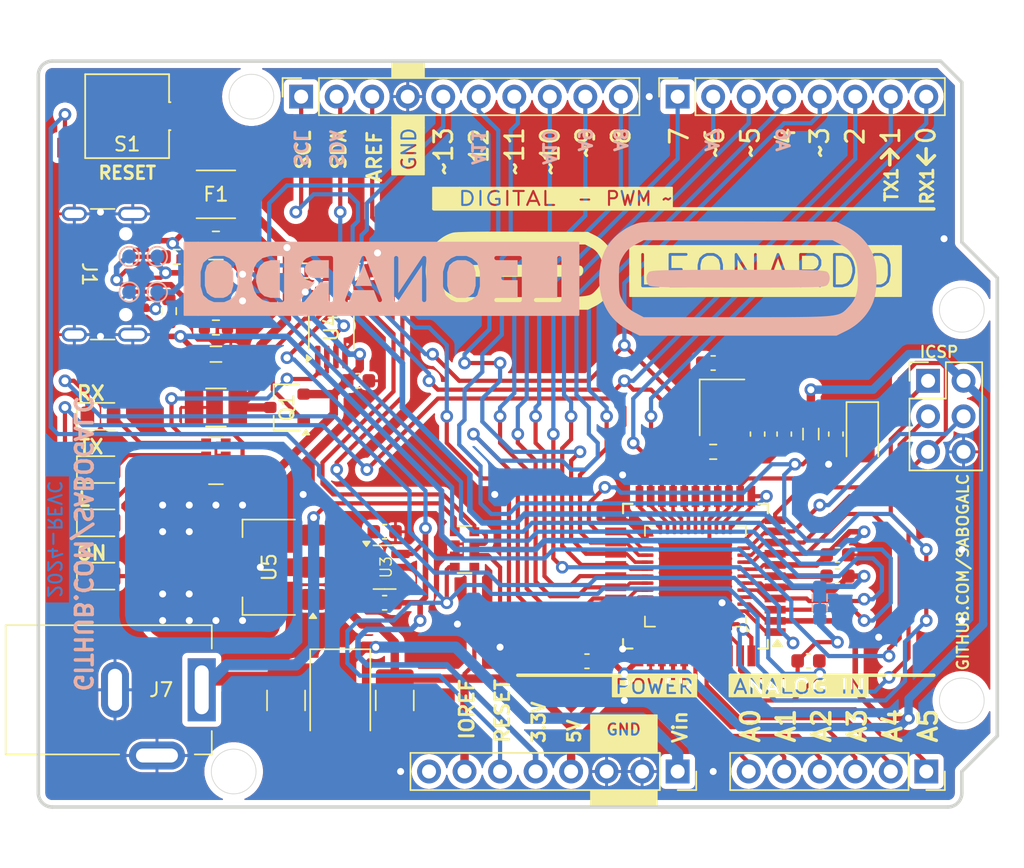
<source format=kicad_pcb>
(kicad_pcb (version 20240108) (generator "pcbnew") (generator_version "8.0")
  (title_block (title "Arduino Leonardo") (date "2024-06-07") (rev "1") (company "Carlos Sabogal"))
  (layers (0 "F.Cu" signal) (31 "B.Cu" signal) (34 "B.Paste" user) (35 "F.Paste" user) (36 "B.SilkS" user "B.Silkscreen") (37 "F.SilkS" user "F.Silkscreen") (38 "B.Mask" user) (39 "F.Mask" user) (44 "Edge.Cuts" user))
  (net 0 "")
  (net 1 "GND")
  (net 2 "VBUS")
  (net 3 "XUSB")
  (net 4 "UGND")
  (net 5 "D-")
  (net 6 "D+")
  (net 8 "CC1")
  (net 9 "CC2")
  (net 11 "IO9*")
  (net 12 "RESET")
  (net 13 "IO12")
  (net 14 "D7")
  (net 15 "MOSI")
  (net 16 "A5")
  (net 17 "HWB")
  (net 18 "IO13*")
  (net 19 "A3")
  (net 20 "CMP")
  (net 21 "D5*")
  (net 22 "IO11*")
  (net 23 "A4")
  (net 24 "IO10*")
  (net 25 "A2")
  (net 26 "Net-(D4-A)")
  (net 27 "D0{slash}RX")
  (net 28 "A1")
  (net 29 "RXLED")
  (net 30 "D2{slash}SDA")
  (net 31 "D1{slash}TX")
  (net 32 "TXLED")
  (net 33 "D4")
  (net 34 "VCC")
  (net 35 "D6*")
  (net 36 "IO8")
  (net 37 "MISO")
  (net 38 "A0")
  (net 39 "D3{slash}SCL")
  (net 40 "SCK")
  (net 41 "Net-(D5-A)")
  (net 42 "AVCC")
  (net 43 "RD-")
  (net 44 "AGND")
  (net 45 "RD+")
  (net 46 "+5V")
  (net 47 "AREF")
  (net 48 "UCAP")
  (net 53 "+3.3V")
  (net 54 "GATE_CMD")
  (net 55 "LL")
  (net 58 "Net-(D3-A)")
  (net 60 "Net-(D6-A)")
  (net 61 "XTAL2")
  (net 62 "XTAL1")
  (footprint "Resistor_SMD:R_0603_1608Metric" (layer "F.Cu") (at 123.55 96.21 -90)
    (property "Reference" "R6" (hide yes))
    (property "Value" "5k1")
  )
  (footprint "LED_SMD:LED_0805_2012Metric" (layer "F.Cu") (at 118.6561 115.1636)
    (property "Reference" "D4" (hide yes))
    (property "Value" "GREEN")
  )
  (footprint "Connector_USB:USB_C_Receptacle_GCT_USB4105-xx-A_16P_TopMnt_Horizontal" (layer "F.Cu") (at 117.8589 93.5736 -90)
    (property "Reference" "J1")
    (property "Value" "USB_C_Receptacle_USB2.0_16P")
  )
  (footprint "Package_TO_SOT_SMD:SC-59" (layer "F.Cu") (at 131.9911 103.0986 180)
    (property "Reference" "Q1")
    (property "Value" "FDN340P")
  )
  (footprint "Inductor_SMD:L_0805_2012Metric" (layer "F.Cu") (at 169.4561 105.0036 -90)
    (property "Reference" "FB1" (hide yes))
    (property "Value" "1kΩ@100MHz")
  )
  (footprint "LED_SMD:LED_0805_2012Metric" (layer "F.Cu") (at 118.6561 107.5436)
    (property "Reference" "D5" (hide yes))
    (property "Value" "YELLOW")
  )
  (footprint "Capacitor_SMD:C_0603_1608Metric" (layer "F.Cu") (at 171.3611 115.1636)
    (property "Reference" "C7" (hide yes))
    (property "Value" "1u")
  )
  (footprint "Resistor_SMD:R_0603_1608Metric" (layer "F.Cu") (at 162.4711 106.2736)
    (property "Reference" "R1" (hide yes))
    (property "Value" "1M")
  )
  (footprint "Connector_PinSocket_2.54mm:PinSocket_1x08_P2.54mm_Vertical" (layer "F.Cu") (at 159.9311 80.8736 90)
    (property "Reference" "J3" (hide yes))
    (property "Value" "PPTC081LFBN-RC")
  )
  (footprint "Connector_BarrelJack:BarrelJack_Kycon_KLDX-0202-xC_Horizontal" (layer "F.Cu") (at 125.8951 123.2916)
    (property "Reference" "J7")
    (property "Value" "PJ-102AH")
  )
  (footprint "Resistor_SMD:R_0603_1608Metric" (layer "F.Cu") (at 124.11 92.33)
    (property "Reference" "R5" (hide yes))
    (property "Value" "5k1")
  )
  (footprint "Resistor_SMD:R_Array_Convex_4x0612" (layer "F.Cu") (at 126.9111 106.9086 180)
    (property "Reference" "RN2" (hide yes))
    (property "Value" "1k")
  )
  (footprint "Capacitor_SMD:C_0603_1608Metric" (layer "F.Cu") (at 138.9761 117.0686)
    (property "Reference" "C14" (hide yes))
    (property "Value" "1u")
  )
  (footprint "Resistor_SMD:R_0603_1608Metric" (layer "F.Cu") (at 126.9111 97.3836)
    (property "Reference" "Z1" (hide yes))
    (property "Value" "5pF@1MHz")
  )
  (footprint "Resistor_SMD:R_Array_Convex_4x0612" (layer "F.Cu") (at 126.9111 94.2086 180)
    (property "Reference" "RN3" (hide yes))
    (property "Value" "22R")
  )
  (footprint "Capacitor_SMD:C_0603_1608Metric" (layer "F.Cu") (at 137.0711 93.3196 180)
    (property "Reference" "C22" (hide yes))
    (property "Value" "100n")
  )
  (footprint "Capacitor_SMD:C_1210_3225Metric_Pad1.33x2.70mm_HandSolder" (layer "F.Cu") (at 126.9111 103.0986 180)
    (property "Reference" "C8" (hide yes))
    (property "Value" "10u")
  )
  (footprint "Diode_SMD:D_SMB" (layer "F.Cu") (at 135.8011 124.0536 -90)
    (property "Reference" "D1" (hide yes))
    (property "Value" "M7")
  )
  (footprint "Arduino Leonardo:SW_TS06-667-30-BK-100-G-SMT-TR" (layer "F.Cu") (at 120.5611 82.2706)
    (property "Reference" "S1")
    (property "Value" "TS06-667-30-BK-100-G-SMT-TR")
  )
  (footprint "Capacitor_SMD:C_0603_1608Metric" (layer "F.Cu") (at 138.9761 111.9886 180)
    (property "Reference" "C11" (hide yes))
    (property "Value" "1u")
  )
  (footprint "Capacitor_SMD:C_0603_1608Metric" (layer "F.Cu") (at 137.0711 101.1936)
    (property "Reference" "C13" (hide yes))
    (property "Value" "100n")
  )
  (footprint "Capacitor_SMD:C_0603_1608Metric" (layer "F.Cu") (at 169.2861 121.2236)
    (property "Reference" "C6" (hide yes))
    (property "Value" "100n")
  )
  (footprint "Package_TO_SOT_SMD:SOT-223-3_TabPin2" (layer "F.Cu") (at 130.7211 114.5286 180)
    (property "Reference" "U5")
    (property "Value" "NCP1117-5.0_SOT223")
  )
  (footprint "Fiducial:Fiducial_1mm_Mask2mm" (layer "F.Cu") (at 120.5611 82.2706)
    (property "Reference" "FID1" (hide yes))
    (property "Value" "Fiducial")
  )
  (footprint "Capacitor_SMD:C_0603_1608Metric" (layer "F.Cu") (at 171.3611 113.6396 180)
    (property "Reference" "C9" (hide yes))
    (property "Value" "100n")
  )
  (footprint "LED_SMD:LED_0805_2012Metric" (layer "F.Cu") (at 118.6561 111.3536)
    (property "Reference" "D3" (hide yes))
    (property "Value" "YELLOW")
  )
  (footprint "Capacitor_SMD:C_0603_1608Metric" (layer "F.Cu") (at 162.4711 99.9236)
    (property "Reference" "C4" (hide yes))
    (property "Value" "22p")
  )
  (footprint "Connector_PinSocket_2.54mm:PinSocket_1x10_P2.54mm_Vertical" (layer "F.Cu") (at 133.0071 80.8736 90)
    (property "Reference" "J2" (hide yes))
    (property "Value" "PPTC101LFBN-RC")
  )
  (footprint "Resistor_SMD:R_Array_Convex_4x0612" (layer "F.Cu") (at 144.6911 113.2586)
    (property "Reference" "RN1" (hide yes))
    (property "Value" "10k")
  )
  (footprint "Package_SO:MSOP-8_3x3mm_P0.65mm" (layer "F.Cu") (at 135.1661 97.3836 90)
    (property "Reference" "U4")
    (property "Value" "LMV358IDGKR")
  )
  (footprint "Connector_PinSocket_2.54mm:PinSocket_1x08_P2.54mm_Vertical" (layer "F.Cu") (at 159.9311 129.1336 -90)
    (property "Reference" "J4" (hide yes))
    (property "Value" "PPTC081LFBN-RC")
  )
  (footprint "Fiducial:Fiducial_1mm_Mask2mm" (layer "F.Cu") (at 173.9011 96.7486)
    (property "Reference" "FID2" (hide yes))
    (property "Value" "Fiducial")
  )
  (footprint "Crystal:Crystal_SMD_SeikoEpson_FA238-4Pin_3.2x2.5mm" (layer "F.Cu") (at 163.1061 103.0986 -90)
    (property "Reference" "Y1" (hide yes))
    (property "Value" "ECS-160-18-33-JGN-TR")
  )
  (footprint "Diode_SMD:D_1206_3216Metric" (layer "F.Cu") (at 173.1391 105.0036 -90)
    (property "Reference" "D2" (hide yes))
    (property "Value" "CD1206-S01575")
  )
  (footprint "LED_SMD:LED_0805_2012Metric" (layer "F.Cu") (at 118.6561 103.7336)
    (property "Reference" "D6" (hide yes))
    (property "Value" "YELLOW")
  )
  (footprint "Capacitor_SMD:C_0603_1608Metric" (layer "F.Cu") (at 167.5511 105.0036 90)
    (property "Reference" "C2" (hide yes))
    (property "Value" "100n")
  )
  (footprint "Package_DFN_QFN:QFN-44-1EP_7x7mm_P0.5mm_EP5.15x5.15mm" (layer "F.Cu") (at 161.2011 115.1636 180)
    (property "Reference" "U1" (hide yes))
    (property "Value" "ATMEGA32U4-XU")
  )
  (footprint "Fuse:Fuse_1812_4532Metric_Pad1.30x3.40mm_HandSolder" (layer "F.Cu") (at 126.9111 87.8586 180)
    (property "Reference" "F1")
    (property "Value" "MF-MSMF050-2")
  )
  (footprint "Connector_PinHeader_2.54mm:PinHeader_2x03_P2.54mm_Vertical" (layer "F.Cu") (at 177.8381 101.1936)
    (property "Reference" "J6" (hide yes))
    (property "Value" "M20-9980345")
  )
  (footprint "Fiducial:Fiducial_1mm_Mask2mm" (layer "F.Cu") (at 116.7161 126.7936)
    (property "Reference" "FID3" (hide yes))
    (property "Value" "Fiducial")
  )
  (footprint "Resistor_SMD:R_0603_1608Metric" (layer "F.Cu") (at 133.2611 93.3196 180)
    (property "Reference" "R4" (hide yes))
    (property "Value" "10k")
  )
  (footprint "Resistor_SMD:R_0603_1608Metric" (layer "F.Cu") (at 126.9111 91.0336)
    (property "Reference" "Z2" (hide yes))
    (property "Value" "5pF@1MHz")
  )
  (footprint "Capacitor_SMD:C_0603_1608Metric" (layer "F.Cu") (at 171.2468 105.0036 -90)
    (property "Reference" "C5" (hide yes))
    (property "Value" "1u")
  )
  (footprint "Connector_PinSocket_2.54mm:PinSocket_1x06_P2.54mm_Vertical" (layer "F.Cu") (at 177.7111 129.1336 -90)
    (property "Reference" "J5" (hide yes))
    (property "Value" "PPTC061LFBN-RC")
  )
  (footprint "Package_TO_SOT_SMD:SOT-23-5" (layer "F.Cu") (at 138.9761 114.5286)
    (property "Reference" "U3")
    (property "Value" "LP2985-3.3")
  )
  (footprint "Capacitor_SMD:C_1210_3225Metric_Pad1.33x2.70mm_HandSolder" (layer "F.Cu") (at 139.7 124.0536 -90)
    (property "Reference" "C12" (hide yes))
    (property "Value" "10u")
  )
  (footprint "Capacitor_SMD:C_1210_3225Metric_Pad1.33x2.70mm_HandSolder" (layer "F.Cu") (at 131.9276 124.0536 -90)
    (property "Reference" "C10" (hide yes))
    (property "Value" "10u")
  )
  (footprint "Package_QFP:TQFP-44_10x10mm_P0.8mm" (layer "F.Cu") (at 161.2011 115.1636 180)
    (property "Reference" "U2" (hide yes))
    (property "Value" "ATMEGA32U4-XU")
  )
  (footprint "Capacitor_SMD:C_0603_1608Metric" (layer "F.Cu") (at 165.6461 105.0036 90)
    (property "Reference" "C3" (hide yes))
    (property "Value" "22p")
  )
  (footprint "Inductor_SMD:L_0805_2012Metric" (layer "F.Cu") (at 126.9111 99.2886)
    (property "Reference" "FB2" (hide yes))
    (property "Value" "1kΩ@100MHz")
  )
  (footprint "Capacitor_SMD:C_0603_1608Metric" (layer "F.Cu") (at 153.4461 121.2486 180)
    (property "Reference" "C1" (hide yes))
    (property "Value" "100n")
  )
  (footprint "TestPoint:TestPoint_Pad_D1.0mm" (layer "B.Cu") (at 122.7201 92.3036 180)
    (property "Reference" "TP2" (hide yes))
    (property "Value" "TestPoint")
  )
  (footprint "Resistor_SMD:R_0603_1608Metric" (layer "B.Cu") (at 170.0911 117.411 90)
    (property "Reference" "R2" (hide yes))
    (property "Value" "NM")
  )
  (footprint "TestPoint:TestPoint_Pad_D1.0mm" (layer "B.Cu") (at 120.7111 94.8436 180)
    (property "Reference" "TP4" (hide yes))
    (property "Value" "TestPoint")
  )
  (footprint "Resistor_SMD:R_0603_1608Metric" (layer "B.Cu") (at 170.0911 116.713 90)
    (property "Reference" "R3" (hide yes))
    (property "Value" "NM")
  )
  (footprint "TestPoint:TestPoint_Pad_D1.0mm" (layer "B.Cu") (at 120.7111 92.3036 180)
    (property "Reference" "TP3" (hide yes))
    (property "Value" "TestPoint")
  )
  (footprint "TestPoint:TestPoint_Pad_D1.0mm" (layer "B.Cu") (at 122.7201 94.8436 180)
    (property "Reference" "TP1" (hide yes))
    (property "Value" "TestPoint")
  )
  (gr_rect (start 124.65 91.3) (end 125.65 96.5) (stroke (width 0.1)) (fill solid) (layer "B.SilkS"))
  (gr_rect (start 125.65 91.3) (end 151.85 92) (stroke (width 0.1)) (fill solid) (layer "B.SilkS"))
  (gr_rect (start 151.85 91.3) (end 152.85 96.5) (stroke (width 0.1)) (fill solid) (layer "B.SilkS"))
  (gr_poly (pts (xy 164.462753 89.796128) (xy 171.289003 89.817294) (xy 171.998085 90.166545) (xy 172.157027 90.249589) (xy 172.312154 90.339764) (xy 172.463127 90.436761) (xy 172.609604 90.540269) (xy 172.751244 90.649978) (xy 172.887706 90.765578) (xy 173.018649 90.886759) (xy 173.143732 91.013211) (xy 173.262614 91.144624) (xy 173.374953 91.280688) (xy 173.48041 91.421093) (xy 173.578641 91.565528) (xy 173.669308 91.713685) (xy 173.752068 91.865252) (xy 173.82658 92.019919) (xy 173.892504 92.177377) (xy 173.953895 92.349367) (xy 174.007101 92.538286) (xy 174.052121 92.741715) (xy 174.088956 92.957237) (xy 174.117605 93.182432) (xy 174.138069 93.414883) (xy 174.150347 93.652171) (xy 174.15444 93.891877) (xy 174.150347 94.131584) (xy 174.138069 94.368872) (xy 174.117605 94.601323) (xy 174.088956 94.826518) (xy 174.052121 95.04204) (xy 174.007101 95.245469) (xy 173.953895 95.434388) (xy 173.892504 95.606377) (xy 173.82658 95.763835) (xy 173.752068 95.918503) (xy 173.669308 96.07007) (xy 173.578641 96.218226) (xy 173.48041 96.362662) (xy 173.374953 96.503066) (xy 173.262614 96.63913) (xy 173.143732 96.770543) (xy 173.018649 96.896996) (xy 172.887706 97.018177) (xy 172.751244 97.133777) (xy 172.609604 97.243486) (xy 172.463127 97.346994) (xy 172.312154 97.44399) (xy 172.157027 97.534166) (xy 171.998085 97.61721) (xy 171.289003 97.96646) (xy 157.21317 97.96646) (xy 156.504087 97.61721) (xy 156.268339 97.49222) (xy 156.045366 97.355479) (xy 155.835291 97.207142) (xy 155.638238 97.047364) (xy 155.454332 96.876299) (xy 155.283697 96.694104) (xy 155.126456 96.500932) (xy 154.982733 96.29694) (xy 154.852653 96.082281) (xy 154.73634 95.857111) (xy 154.633917 95.621586) (xy 154.545509 95.375859) (xy 154.47124 95.120086) (xy 154.411233 94.854423) (xy 154.365613 94.579024) (xy 154.334504 94.294043) (xy 154.323556 94.138805) (xy 154.31836 93.979334) (xy 154.31855 93.891877) (xy 155.731504 93.891877) (xy 155.732992 94.249292) (xy 155.735411 94.398474) (xy 155.739441 94.530681) (xy 155.745456 94.647942) (xy 155.753828 94.75229) (xy 155.764928 94.845755) (xy 155.779129 94.930367) (xy 155.787508 94.969988) (xy 155.796802 95.008158) (xy 155.807057 95.04513) (xy 155.81832 95.081159) (xy 155.830637 95.116498) (xy 155.844055 95.1514) (xy 155.874379 95.220913) (xy 155.909664 95.291728) (xy 155.950281 95.365876) (xy 155.996604 95.445387) (xy 156.049004 95.532294) (xy 156.092823 95.601907) (xy 156.137123 95.668017) (xy 156.182135 95.73084) (xy 156.228094 95.790594) (xy 156.27523 95.847494) (xy 156.323778 95.90176) (xy 156.373969 95.953607) (xy 156.426035 96.003252) (xy 156.48021 96.050913) (xy 156.536726 96.096807) (xy 156.595815 96.141151) (xy 156.657711 96.184161) (xy 156.722645 96.226055) (xy 156.79085 96.26705) (xy 156.862559 96.307363) (xy 156.938004 96.347211) (xy 157.49892 96.643544) (xy 164.240503 96.643544) (xy 166.704621 96.642965) (xy 167.693943 96.640474) (xy 168.538824 96.634945) (xy 168.911174 96.630673) (xy 169.252303 96.625199) (xy 169.56384 96.618376) (xy 169.847416 96.610058) (xy 170.104661 96.600096) (xy 170.337203 96.588343) (xy 170.546673 96.574653) (xy 170.7347 96.558877) (xy 170.902915 96.540869) (xy 171.052947 96.520482) (xy 171.186426 96.497567) (xy 171.304981 96.471978) (xy 171.410242 96.443568) (xy 171.458397 96.428258) (xy 171.503839 96.412188) (xy 171.546773 96.395339) (xy 171.587402 96.377693) (xy 171.62593 96.359231) (xy 171.662561 96.339934) (xy 171.730945 96.298765) (xy 171.794183 96.254038) (xy 171.853907 96.205605) (xy 171.911745 96.153321) (xy 171.969327 96.097036) (xy 172.028283 96.036604) (xy 172.156836 95.902711) (xy 172.251874 95.799508) (xy 172.338695 95.695716) (xy 172.417517 95.590497) (xy 172.488557 95.483015) (xy 172.552031 95.372433) (xy 172.608157 95.257913) (xy 172.657152 95.138617) (xy 172.699232 95.01371) (xy 172.734615 94.882354) (xy 172.763517 94.743711) (xy 172.786157 94.596945) (xy 172.80275 94.441218) (xy 172.813515 94.275693) (xy 172.818667 94.099533) (xy 172.818424 93.911902) (xy 172.813003 93.71196) (xy 172.796673 93.427389) (xy 172.787656 93.304799) (xy 172.777615 93.193543) (xy 172.76621 93.09227) (xy 172.753099 92.999632) (xy 172.737943 92.914281) (xy 172.720399 92.834867) (xy 172.700126 92.760042) (xy 172.676784 92.688457) (xy 172.650031 92.618764) (xy 172.619526 92.549613) (xy 172.584929 92.479656) (xy 172.545897 92.407544) (xy 172.502091 92.331929) (xy 172.453169 92.251461) (xy 172.40935 92.181847) (xy 172.365051 92.115738) (xy 172.320038 92.052915) (xy 172.27408 91.993161) (xy 172.226943 91.93626) (xy 172.178396 91.881995) (xy 172.128205 91.830148) (xy 172.076138 91.780503) (xy 172.021963 91.732841) (xy 171.965448 91.686947) (xy 171.906358 91.642604) (xy 171.844463 91.599594) (xy 171.779529 91.557699) (xy 171.711324 91.516705) (xy 171.639615 91.476392) (xy 171.56417 91.436544) (xy 171.003253 91.140211) (xy 157.49892 91.140211) (xy 156.938004 91.436544) (xy 156.862559 91.476392) (xy 156.79085 91.516705) (xy 156.722645 91.557699) (xy 156.657711 91.599594) (xy 156.595815 91.642604) (xy 156.536726 91.686947) (xy 156.48021 91.732841) (xy 156.426035 91.780503) (xy 156.373969 91.830148) (xy 156.323778 91.881995) (xy 156.27523 91.93626) (xy 156.228094 91.993161) (xy 156.182135 92.052915) (xy 156.137123 92.115738) (xy 156.092823 92.181847) (xy 156.049004 92.251461) (xy 155.950281 92.41788) (xy 155.909664 92.492027) (xy 155.874379 92.562842) (xy 155.844055 92.632355) (xy 155.81832 92.702596) (xy 155.796802 92.775597) (xy 155.779129 92.853388) (xy 155.764928 92.938) (xy 155.753828 93.031465) (xy 155.745456 93.135813) (xy 155.739441 93.253074) (xy 155.732992 93.534463) (xy 155.731504 93.891877) (xy 154.31855 93.891877) (xy 154.318714 93.816607) (xy 154.324417 93.651602) (xy 154.335266 93.485294) (xy 154.351061 93.318661) (xy 154.3716 93.152679) (xy 154.396681 92.988325) (xy 154.426103 92.826575) (xy 154.459664 92.668406) (xy 154.497163 92.514796) (xy 154.538398 92.36672) (xy 154.583168 92.225155) (xy 154.631271 92.091078) (xy 154.682506 91.965465) (xy 154.736671 91.849294) (xy 154.82958 91.682201) (xy 154.933248 91.518627) (xy 155.047024 91.359115) (xy 155.170257 91.204207) (xy 155.302295 91.054446) (xy 155.442488 90.910375) (xy 155.590184 90.772535) (xy 155.744733 90.641471) (xy 155.905483 90.517724) (xy 156.071783 90.401837) (xy 156.242982 90.294353) (xy 156.418428 90.195814) (xy 156.597472 90.106762) (xy 156.779461 90.027741) (xy 156.963744 89.959293) (xy 157.14967 89.901961) (xy 157.357554 89.869198) (xy 157.719351 89.842264) (xy 159.000431 89.805388) (xy 161.1844 89.79034)) (stroke (width -0.000001)) (fill solid) (layer "B.SilkS"))
  (gr_rect (start 125.65 95.8) (end 151.85 96.5) (stroke (width 0.1)) (fill solid) (layer "B.SilkS"))
  (gr_poly (pts (xy 166.105815 93.258077) (xy 167.559701 93.2625) (xy 168.15183 93.266309) (xy 168.662352 93.271388) (xy 169.097467 93.277894) (xy 169.463378 93.285982) (xy 169.766285 93.295805) (xy 170.012389 93.30752) (xy 170.207891 93.321282) (xy 170.358993 93.337244) (xy 170.419832 93.3461) (xy 170.471896 93.355564) (xy 170.51596 93.365655) (xy 170.552801 93.376394) (xy 170.583192 93.3878) (xy 170.607909 93.399892) (xy 170.627727 93.412689) (xy 170.643421 93.42621) (xy 170.663575 93.446753) (xy 170.682369 93.468639) (xy 170.699807 93.491785) (xy 170.715891 93.516107) (xy 170.730628 93.541522) (xy 170.744019 93.567946) (xy 170.756069 93.595297) (xy 170.766782 93.62349) (xy 170.776162 93.652444) (xy 170.784213 93.682073) (xy 170.796341 93.743028) (xy 170.803199 93.805689) (xy 170.804816 93.869388) (xy 170.801224 93.933459) (xy 170.792455 93.997235) (xy 170.778538 94.06005) (xy 170.759506 94.121238) (xy 170.748081 94.151013) (xy 170.735388 94.180131) (xy 170.721433 94.208509) (xy 170.706217 94.236063) (xy 170.689746 94.26271) (xy 170.672023 94.288367) (xy 170.653051 94.312951) (xy 170.632836 94.336377) (xy 170.554371 94.396219) (xy 170.396034 94.442046) (xy 170.094823 94.475718) (xy 169.587732 94.499096) (xy 167.703899 94.522412) (xy 164.240503 94.526877) (xy 162.389267 94.525678) (xy 160.938007 94.521254) (xy 160.346904 94.517446) (xy 159.837237 94.512366) (xy 159.402822 94.50586) (xy 159.037472 94.497773) (xy 158.735002 94.487949) (xy 158.489227 94.476234) (xy 158.29396 94.462473) (xy 158.143015 94.44651) (xy 158.082231 94.437655) (xy 158.030208 94.428191) (xy 157.986173 94.418099) (xy 157.949353 94.40736) (xy 157.918974 94.395955) (xy 157.894263 94.383863) (xy 157.874448 94.371066) (xy 157.858754 94.357544) (xy 157.83953 94.336851) (xy 157.821547 94.314529) (xy 157.804804 94.290688) (xy 157.789301 94.265436) (xy 157.775038 94.238882) (xy 157.762016 94.211135) (xy 157.750233 94.182302) (xy 157.739691 94.152492) (xy 157.722328 94.090377) (xy 157.709926 94.025658) (xy 157.702484 93.959202) (xy 157.700004 93.891877) (xy 157.702484 93.824553) (xy 157.709926 93.758097) (xy 157.722328 93.693378) (xy 157.739691 93.631263) (xy 157.750233 93.601453) (xy 157.762016 93.57262) (xy 157.775038 93.544872) (xy 157.789301 93.518319) (xy 157.804804 93.493067) (xy 157.821547 93.469226) (xy 157.83953 93.446904) (xy 157.858754 93.42621) (xy 157.949374 93.376394) (xy 158.143181 93.337244) (xy 158.489785 93.30752) (xy 159.038795 93.285982) (xy 160.942472 93.2625) (xy 164.251086 93.256878)) (stroke (width -0.000001)) (fill solid) (layer "B.SilkS"))
  (gr_rect (start 153.72 130.5) (end 158.45 131.6) (stroke (width 0.1)) (fill solid) (layer "F.SilkS"))
  (gr_rect (start 156.5148 91.5416) (end 157.0736 95.1484) (stroke (width 0.1)) (fill solid) (layer "F.SilkS"))
  (gr_rect (start 154.8 126.65) (end 157.3 127.75) (stroke (width 0.1)) (fill solid) (layer "F.SilkS"))
  (gr_rect (start 152.8064 88.4) (end 153.7716 88.7984) (stroke (width 0.1)) (fill solid) (layer "F.SilkS"))
  (gr_rect (start 144.324 87.37) (end 159.5385 87.43) (stroke (width 0.1)) (fill none) (layer "F.SilkS"))
  (gr_line (start 142.5 88.9) (end 178.25 88.9) (stroke (width 0.25)) (layer "F.SilkS"))
  (gr_rect (start 141.35 83.1) (end 141.8 86.15) (stroke (width 0.1)) (fill solid) (layer "F.SilkS"))
  (gr_rect (start 139.5 83.1) (end 140 86.15) (stroke (width 0.1)) (fill solid) (layer "F.SilkS"))
  (gr_poly (pts (xy 149.969034 92.895713) (xy 150.962522 92.898735) (xy 151.367144 92.901338) (xy 151.716 92.904809) (xy 152.013329 92.909255) (xy 152.263368 92.914781) (xy 152.470355 92.921494) (xy 152.638526 92.929499) (xy 152.772119 92.938903) (xy 152.875372 92.949811) (xy 152.916945 92.955862) (xy 152.952522 92.962329) (xy 152.982633 92.969225) (xy 153.007807 92.976563) (xy 153.028574 92.984357) (xy 153.045464 92.99262) (xy 153.059007 93.001364) (xy 153.069731 93.010604) (xy 153.083503 93.024642) (xy 153.096346 93.039597) (xy 153.108261 93.055413) (xy 153.119253 93.072033) (xy 153.129322 93.0894) (xy 153.138473 93.107457) (xy 153.146707 93.126146) (xy 153.154028 93.145412) (xy 153.160438 93.165197) (xy 153.165939 93.185444) (xy 153.174227 93.227096) (xy 153.178912 93.269914) (xy 153.180018 93.313442) (xy 153.177563 93.357224) (xy 153.171571 93.400804) (xy 153.162061 93.443728) (xy 153.149056 93.485539) (xy 153.141249 93.505886) (xy 153.132576 93.525783) (xy 153.123039 93.545175) (xy 153.112642 93.564003) (xy 153.101386 93.582212) (xy 153.089276 93.599745) (xy 153.076312 93.616543) (xy 153.062498 93.632551) (xy 153.00888 93.673443) (xy 152.900683 93.704758) (xy 152.694855 93.727767) (xy 152.348344 93.743743) (xy 151.061058 93.759675) (xy 148.694404 93.762726) (xy 147.429393 93.761907) (xy 146.437698 93.758884) (xy 146.033778 93.756282) (xy 145.685506 93.75281) (xy 145.388655 93.748365) (xy 145.138999 93.742838) (xy 144.932312 93.736125) (xy 144.764365 93.72812) (xy 144.630933 93.718717) (xy 144.527787 93.707809) (xy 144.486252 93.701758) (xy 144.450703 93.695291) (xy 144.420612 93.688395) (xy 144.395451 93.681056) (xy 144.374692 93.673263) (xy 144.357807 93.665) (xy 144.344266 93.656255) (xy 144.333542 93.647016) (xy 144.320406 93.632875) (xy 144.308117 93.617622) (xy 144.296676 93.60133) (xy 144.286082 93.584075) (xy 144.276336 93.56593) (xy 144.267437 93.546969) (xy 144.259386 93.527267) (xy 144.252183 93.506897) (xy 144.240318 93.464451) (xy 144.231843 93.420226) (xy 144.226758 93.374815) (xy 144.225063 93.32881) (xy 144.226758 93.282805) (xy 144.231843 93.237393) (xy 144.240318 93.193168) (xy 144.252183 93.150723) (xy 144.259386 93.130353) (xy 144.267437 93.110651) (xy 144.276336 93.09169) (xy 144.286082 93.073545) (xy 144.296676 93.056289) (xy 144.308117 93.039998) (xy 144.320406 93.024745) (xy 144.333542 93.010604) (xy 144.395465 92.976563) (xy 144.5279 92.949811) (xy 144.764746 92.929499) (xy 145.139904 92.914781) (xy 146.440749 92.898735) (xy 148.701636 92.894894)) (stroke (width -0.000001)) (fill solid) (layer "F.SilkS"))
  (gr_line (start 177.7 84.6) (end 177.7 85.7) (stroke (width 0.25)) (layer "F.SilkS"))
  (gr_rect (start 153.7716 87.4776) (end 154.8384 88.8) (stroke (width 0.1)) (fill solid) (layer "F.SilkS"))
  (gr_line (start 177.1 85.1) (end 177.7 85.7) (stroke (width 0.25)) (layer "F.SilkS"))
  (gr_rect (start 139.5 82.25) (end 141.8 83.1) (stroke (width 0.1)) (fill solid) (layer "F.SilkS"))
  (gr_line (start 177.7 85.7) (end 178.3 85.1) (stroke (width 0.25)) (layer "F.SilkS"))
  (gr_rect (start 155.4988 123.701212) (end 161.050075 123.778221) (stroke (width 0.1)) (fill solid) (layer "F.SilkS"))
  (gr_rect (start 139.5 86.15) (end 141.8 86.45) (stroke (width 0.1)) (fill solid) (layer "F.SilkS"))
  (gr_line (start 175.1 85.75) (end 175.1 84.65) (stroke (width 0.25)) (layer "F.SilkS"))
  (gr_rect (start 153.72 125.1) (end 154.8 127.75) (stroke (width 0.1)) (fill solid) (layer "F.SilkS"))
  (gr_line (start 163.7 122.25) (end 178.25 122.25) (stroke (width 0.25)) (layer "F.SilkS"))
  (gr_rect (start 175.3616 91.5416) (end 175.9204 95.1484) (stroke (width 0.1)) (fill solid) (layer "F.SilkS"))
  (gr_rect (start 157.3 125.1) (end 158.45 127.75) (stroke (width 0.1)) (fill solid) (layer "F.SilkS"))
  (gr_rect (start 161.050075 122.262263) (end 161.274921 123.778221) (stroke (width 0.1)) (fill solid) (layer "F.SilkS"))
  (gr_rect (start 173.307954 122.258378) (end 173.5328 123.774336) (stroke (width 0.1)) (fill solid) (layer "F.SilkS"))
  (gr_rect (start 163.849987 123.701212) (end 173.307954 123.774336) (stroke (width 0.1)) (fill solid) (layer "F.SilkS"))
  (gr_poly (pts (xy 148.846275 90.530048) (xy 153.510879 90.544511) (xy 153.995418 90.783166) (xy 154.104028 90.839913) (xy 154.210032 90.901532) (xy 154.313197 90.967813) (xy 154.41329 91.038544) (xy 154.510077 91.113512) (xy 154.603326 91.192505) (xy 154.692804 91.275312) (xy 154.778277 91.361721) (xy 154.859513 91.45152) (xy 154.936278 91.544497) (xy 155.00834 91.64044) (xy 155.075465 91.739138) (xy 155.13742 91.840378) (xy 155.193973 91.943949) (xy 155.24489 92.049638) (xy 155.289938 92.157235) (xy 155.331888 92.274761) (xy 155.368246 92.403855) (xy 155.39901 92.542865) (xy 155.42418 92.690139) (xy 155.443757 92.844022) (xy 155.457741 93.002864) (xy 155.466131 93.165011) (xy 155.468928 93.32881) (xy 155.466131 93.492609) (xy 155.457741 93.654756) (xy 155.443757 93.813597) (xy 155.42418 93.967481) (xy 155.39901 94.114754) (xy 155.368246 94.253764) (xy 155.331888 94.382859) (xy 155.289938 94.500385) (xy 155.24489 94.607981) (xy 155.193973 94.713671) (xy 155.13742 94.817241) (xy 155.075465 94.918481) (xy 155.00834 95.017179) (xy 154.936278 95.113122) (xy 154.859513 95.206099) (xy 154.778277 95.295898) (xy 154.692804 95.382307) (xy 154.603326 95.465114) (xy 154.510077 95.544108) (xy 154.41329 95.619076) (xy 154.313197 95.689806) (xy 154.210032 95.756087) (xy 154.104028 95.817707) (xy 153.995418 95.874454) (xy 153.510879 96.113108) (xy 143.892393 96.113108) (xy 143.407853 95.874454) (xy 143.246759 95.789044) (xy 143.094393 95.695604) (xy 142.950842 95.594241) (xy 142.81619 95.485059) (xy 142.69052 95.368165) (xy 142.573919 95.243665) (xy 142.466471 95.111664) (xy 142.368261 94.972269) (xy 142.279373 94.825586) (xy 142.199892 94.67172) (xy 142.129903 94.510777) (xy 142.069491 94.342864) (xy 142.018741 94.168086) (xy 141.977736 93.986549) (xy 141.946562 93.79836) (xy 141.925304 93.603623) (xy 141.917824 93.497544) (xy 141.914273 93.388572) (xy 141.914403 93.32881) (xy 142.879921 93.32881) (xy 142.880938 93.573043) (xy 142.882591 93.674984) (xy 142.885345 93.765325) (xy 142.889455 93.845454) (xy 142.895176 93.916758) (xy 142.902761 93.980626) (xy 142.912465 94.038444) (xy 142.918191 94.065519) (xy 142.924542 94.091602) (xy 142.931549 94.116866) (xy 142.939246 94.141486) (xy 142.947662 94.165634) (xy 142.956831 94.189484) (xy 142.977552 94.236984) (xy 143.001664 94.285374) (xy 143.029419 94.336042) (xy 143.061073 94.390375) (xy 143.096879 94.449761) (xy 143.126822 94.49733) (xy 143.157094 94.542505) (xy 143.187853 94.585434) (xy 143.219257 94.626266) (xy 143.251468 94.665148) (xy 143.284642 94.702229) (xy 143.318939 94.737658) (xy 143.354517 94.771583) (xy 143.391537 94.804151) (xy 143.430156 94.835512) (xy 143.470534 94.865813) (xy 143.512829 94.895204) (xy 143.557201 94.923831) (xy 143.603808 94.951844) (xy 143.652809 94.979392) (xy 143.704363 95.006621) (xy 144.087656 95.209115) (xy 148.694404 95.209115) (xy 150.378218 95.20872) (xy 151.054255 95.207018) (xy 151.63159 95.203239) (xy 151.886029 95.20032) (xy 152.119134 95.196579) (xy 152.332018 95.191917) (xy 152.525795 95.186233) (xy 152.701578 95.179426) (xy 152.860482 95.171395) (xy 153.00362 95.16204) (xy 153.132105 95.15126) (xy 153.247052 95.138954) (xy 153.349574 95.125023) (xy 153.440784 95.109364) (xy 153.521797 95.091879) (xy 153.593726 95.072465) (xy 153.626631 95.062003) (xy 153.657684 95.051022) (xy 153.687022 95.039509) (xy 153.714785 95.027451) (xy 153.741113 95.014835) (xy 153.766143 95.001649) (xy 153.812872 94.973516) (xy 153.856085 94.942953) (xy 153.896896 94.909857) (xy 153.936419 94.874129) (xy 153.975767 94.835668) (xy 154.016053 94.794373) (xy 154.103898 94.702879) (xy 154.16884 94.632357) (xy 154.228169 94.561433) (xy 154.28203 94.489533) (xy 154.330574 94.416087) (xy 154.373948 94.340523) (xy 154.412301 94.262267) (xy 154.44578 94.180749) (xy 154.474535 94.095396) (xy 154.498713 94.005635) (xy 154.518464 93.910896) (xy 154.533934 93.810606) (xy 154.545273 93.704193) (xy 154.552628 93.591084) (xy 154.556149 93.470708) (xy 154.555983 93.342493) (xy 154.552279 93.205866) (xy 154.54112 93.011409) (xy 154.534958 92.92764) (xy 154.528097 92.851614) (xy 154.520303 92.782411) (xy 154.511345 92.719109) (xy 154.500988 92.660785) (xy 154.488999 92.606519) (xy 154.475146 92.555389) (xy 154.459196 92.506473) (xy 154.440914 92.458849) (xy 154.42007 92.411596) (xy 154.396428 92.363792) (xy 154.369757 92.314515) (xy 154.339822 92.262845) (xy 154.306392 92.207858) (xy 154.276449 92.160289) (xy 154.246178 92.115114) (xy 154.215419 92.072185) (xy 154.184014 92.031354) (xy 154.151804 91.992472) (xy 154.11863 91.95539) (xy 154.084333 91.919961) (xy 154.048755 91.886037) (xy 154.011735 91.853468) (xy 153.973116 91.822108) (xy 153.932738 91.791806) (xy 153.890443 91.762416) (xy 153.846071 91.733788) (xy 153.799465 91.705775) (xy 153.750464 91.678228) (xy 153.69891 91.650999) (xy 153.315616 91.448504) (xy 144.087656 91.448504) (xy 143.704363 91.650999) (xy 143.652809 91.678228) (xy 143.603808 91.705775) (xy 143.557201 91.733788) (xy 143.512829 91.762416) (xy 143.470534 91.791806) (xy 143.430156 91.822108) (xy 143.391537 91.853468) (xy 143.354517 91.886037) (xy 143.318939 91.919961) (xy 143.284642 91.95539) (xy 143.251468 91.992472) (xy 143.219257 92.031354) (xy 143.187853 92.072185) (xy 143.157094 92.115114) (xy 143.126822 92.160289) (xy 143.096879 92.207858) (xy 143.029419 92.321578) (xy 143.001664 92.372246) (xy 142.977552 92.420636) (xy 142.956831 92.468136) (xy 142.939246 92.516134) (xy 142.924542 92.566018) (xy 142.912465 92.619175) (xy 142.902761 92.676994) (xy 142.895176 92.740861) (xy 142.889455 92.812165) (xy 142.885345 92.892294) (xy 142.880938 93.084576) (xy 142.879921 93.32881) (xy 141.914403 93.32881) (xy 141.914515 93.277375) (xy 141.918412 93.164622) (xy 141.925825 93.050978) (xy 141.936619 92.937112) (xy 141.950653 92.823691) (xy 141.967792 92.711382) (xy 141.987897 92.600853) (xy 142.010831 92.492771) (xy 142.036455 92.387804) (xy 142.064632 92.286619) (xy 142.095225 92.189883) (xy 142.128096 92.098263) (xy 142.163106 92.012428) (xy 142.200118 91.933045) (xy 142.263606 91.818864) (xy 142.334446 91.707089) (xy 142.412193 91.598089) (xy 142.496402 91.492235) (xy 142.586628 91.389898) (xy 142.682427 91.29145) (xy 142.783353 91.197259) (xy 142.888961 91.107699) (xy 142.998807 91.023138) (xy 143.112445 90.943949) (xy 143.229431 90.870501) (xy 143.349319 90.803166) (xy 143.471666 90.742314) (xy 143.596025 90.688317) (xy 143.721952 90.641544) (xy 143.849002 90.602367) (xy 143.991056 90.579979) (xy 144.238284 90.561574) (xy 145.113688 90.536375) (xy 146.606067 90.526092)) (stroke (width -0.000001)) (fill solid) (layer "F.SilkS"))
  (gr_rect (start 157.0736 94.742) (end 175.3616 95.1484) (stroke (width 0.1)) (fill solid) (layer "F.SilkS"))
  (gr_rect (start 152.8064 87.4776) (end 153.7716 88.08) (stroke (width 0.1)) (fill solid) (layer "F.SilkS"))
  (gr_line (start 148.5 122.25) (end 161.2 122.25) (stroke (width 0.25)) (layer "F.SilkS"))
  (gr_rect (start 163.625141 122.258378) (end 163.849987 123.774336) (stroke (width 0.1)) (fill solid) (layer "F.SilkS"))
  (gr_rect (start 154.8 125.1) (end 157.3 125.5) (stroke (width 0.1)) (fill solid) (layer "F.SilkS"))
  (gr_line (start 175.1 84.65) (end 174.5 85.25) (stroke (width 0.25)) (layer "F.SilkS"))
  (gr_rect (start 151.2824 87.4776) (end 152.8064 88.7984) (stroke (width 0.1)) (fill solid) (layer "F.SilkS"))
  (gr_rect (start 139.5 78.4) (end 141.8 79.5) (stroke (width 0.1)) (fill solid) (layer "F.SilkS"))
  (gr_line (start 175.7 85.25) (end 175.1 84.65) (stroke (width 0.25)) (layer "F.SilkS"))
  (gr_rect (start 142.424 87.37) (end 144.324 88.9) (stroke (width 0.1)) (fill solid) (layer "F.SilkS"))
  (gr_rect (start 155.27507 122.262263) (end 155.4988 123.778221) (stroke (width 0.1)) (fill solid) (layer "F.SilkS"))
  (gr_rect (start 157.0736 91.5416) (end 175.3616 91.948) (stroke (width 0.1)) (fill solid) (layer "F.SilkS"))
  (gr_circle (center 128.1811 129.1336) (end 129.7811 129.1336) (stroke (width 0.05)) (fill none) (layer "Edge.Cuts"))
  (gr_line (start 114.2111 130.6736) (end 114.2111 79.3336) (stroke (width 0.254)) (layer "Edge.Cuts"))
  (gr_line (start 180.2511 79.8576) (end 180.2511 91.2876) (stroke (width 0.254)) (layer "Edge.Cuts"))
  (gr_arc (start 115.2111 131.6736) (mid 114.503993 131.380707) (end 114.2111 130.6736) (stroke (width 0.254)) (layer "Edge.Cuts"))
  (gr_line (start 115.2111 78.3336) (end 178.7271 78.3336) (stroke (width 0.254)) (layer "Edge.Cuts"))
  (gr_line (start 180.2511 129.1336) (end 180.2511 130.6736) (stroke (width 0.254)) (layer "Edge.Cuts"))
  (gr_arc (start 180.2511 130.6736) (mid 179.958207 131.380707) (end 179.2511 131.6736) (stroke (width 0.254)) (layer "Edge.Cuts"))
  (gr_line (start 182.7911 126.5936) (end 180.2511 129.1336) (stroke (width 0.254)) (layer "Edge.Cuts"))
  (gr_line (start 178.7271 78.3336) (end 180.2511 79.8576) (stroke (width 0.254)) (layer "Edge.Cuts"))
  (gr_line (start 179.2511 131.6736) (end 115.2111 131.6736) (stroke (width 0.254)) (layer "Edge.Cuts"))
  (gr_arc (start 114.2111 79.3336) (mid 114.503993 78.626493) (end 115.2111 78.3336) (stroke (width 0.254)) (layer "Edge.Cuts"))
  (gr_line (start 182.7911 93.8276) (end 182.7911 126.5936) (stroke (width 0.254)) (layer "Edge.Cuts"))
  (gr_circle (center 180.2511 124.0536) (end 181.8511 124.0536) (stroke (width 0.05)) (fill none) (layer "Edge.Cuts"))
  (gr_circle (center 180.2511 96.1136) (end 181.8511 96.1136) (stroke (width 0.05)) (fill none) (layer "Edge.Cuts"))
  (gr_circle (center 129.4511 80.8736) (end 131.0511 80.8736) (stroke (width 0.05)) (fill none) (layer "Edge.Cuts"))
  (gr_line (start 180.2511 91.2876) (end 182.7911 93.8276) (stroke (width 0.254)) (layer "Edge.Cuts"))
  (gr_text "2024-REVC" (at 114.8 116.8 270) (layer "B.Cu") (effects (font (size 0.95 0.95)) (justify left bottom mirror)))
  (gr_text "SCL" (at 132.44 85.95 270) (layer "B.SilkS") (effects (font (size 0.9 0.9) (thickness 0.2) (bold yes)) (justify left bottom mirror)))
  (gr_text "A8" (at 155.3 84.9 270) (layer "B.SilkS") (effects (font (size 0.9 0.9) (thickness 0.2) (bold yes)) (justify left bottom mirror)))
  (gr_text "SDA" (at 134.98 85.95 270) (layer "B.SilkS") (effects (font (size 0.9 0.9) (thickness 0.2) (bold yes)) (justify left bottom mirror)))
  (gr_text "GITHUB.COM/SABOGALC" (at 116.7 123.55 270) (layer "B.SilkS") (effects (font (size 1.2 1.2) (thickness 0.25) (bold yes)) (justify left bottom mirror)))
  (gr_text "A9" (at 152.76 84.9 270) (layer "B.SilkS") (effects (font (size 0.9 0.9) (thickness 0.2) (bold yes)) (justify left bottom mirror)))
  (gr_text "LEONARDO" (at 152.5 95.8 0) (layer "B.SilkS" knockout) (effects (font (size 3 3.5) (thickness 0.3)) (justify left bottom mirror)))
  (gr_text "A11" (at 145.14 85.85 270) (layer "B.SilkS") (effects (font (size 0.9 0.9) (thickness 0.2) (bold yes)) (justify left bottom mirror)))
  (gr_text "A6" (at 166.9 84.9 270) (layer "B.SilkS") (effects (font (size 0.9 0.9) (thickness 0.2) (bold yes)) (justify left bottom mirror)))
  (gr_text "A7" (at 161.82 84.9 270) (layer "B.SilkS") (effects (font (size 0.9 0.9) (thickness 0.2) (bold yes)) (justify left bottom mirror)))
  (gr_text "A10" (at 150.22 85.85 270) (layer "B.SilkS") (effects (font (size 0.9 0.9) (thickness 0.2) (bold yes)) (justify left bottom mirror)))
  (gr_text "ON" (at 116.85 114.1 0) (layer "F.SilkS") (effects (font (size 1 1) (thickness 0.2) (bold yes)) (justify left bottom)))
  (gr_text "~10" (at 151.57 86.6 90) (layer "F.SilkS") (effects (font (size 1.3 1.3) (thickness 0.2) (bold yes)) (justify left bottom)))
  (gr_text "TX1" (at 175.75 88.5 90) (layer "F.SilkS") (effects (font (size 0.9 0.9) (thickness 0.2) (bold yes)) (justify left bottom)))
  (gr_text "7" (at 160.8 84.45 90) (layer "F.SilkS") (effects (font (size 1.3 1.3) (thickness 0.2) (bold yes)) (justify left bottom)))
  (gr_text "RESET" (at 147.98 127.2 90) (layer "F.SilkS") (effects (font (size 1 1) (thickness 0.2) (bold yes)) (justify left bottom)))
  (gr_text "SDA" (at 136.29 86.2 90) (layer "F.SilkS") (effects (font (size 1 1) (thickness 0.2) (bold yes)) (justify left bottom)))
  (gr_text "8" (at 156.64 84.45 90) (layer "F.SilkS") (effects (font (size 1.3 1.3) (thickness 0.2) (bold yes)) (justify left bottom)))
  (gr_text "A2" (at 170.98 127.2 90) (layer "F.SilkS") (effects (font (size 1.3 1.3) (thickness 0.25) (bold yes)) (justify left bottom)))
  (gr_text "RX" (at 116.85 102.6668 0) (layer "F.SilkS") (effects (font (size 1 1) (thickness 0.2) (bold yes)) (justify left bottom)))
  (gr_text "POWER" (at 155.35 123.65 0) (layer "F.SilkS" knockout) (effects (font (size 1 1.1)) (justify left bottom)))
  (gr_text "~11" (at 149.03 86.6 90) (layer "F.SilkS") (effects (font (size 1.3 1.3) (thickness 0.2) (bold yes)) (justify left bottom)))
  (gr_text "DIGITAL" (at 144.1196 88.7476 0) (layer "F.SilkS" knockout) (effects (font (size 1 1.3)) (justify left bottom)))
  (gr_text "A3" (at 173.52 127.2 90) (layer "F.SilkS") (effects (font (size 1.3 1.3) (thickness 0.25) (bold yes)) (justify left bottom)))
  (gr_text "GND" (at 154.75 126.6 0) (layer "F.SilkS" knockout) (effects (font (size 0.8 0.8) (thickness 0.15) (bold yes)) (justify left bottom)))
  (gr_text "5V" (at 153.06 127.2 90) (layer "F.SilkS") (effects (font (size 0.9 0.9) (thickness 0.2) (bold yes)) (justify left bottom)))
  (gr_text "A0" (at 165.9 127.2 90) (layer "F.SilkS") (effects (font (size 1.3 1.3) (thickness 0.25) (bold yes)) (justify left bottom)))
  (gr_text "-" (at 152.7048 88.646 0) (layer "F.SilkS" knockout) (effects (font (size 0.8 0.8)) (justify left bottom)))
  (gr_text "GND" (at 141.3 86.25 90) (layer "F.SilkS" knockout) (effects (font (size 1 1) (thickness 0.15) (bold yes)) (justify left bottom)))
  (gr_text "PWM ~" (at 154.686 88.7476 0) (layer "F.SilkS" knockout) (effects (font (size 1 1)) (justify left bottom)))
  (gr_text "Vin" (at 160.68 127.2 90) (layer "F.SilkS") (effects (font (size 1 1) (thickness 0.2) (bold yes)) (justify left bottom)))
  (gr_text "12" (at 146.49 85.75 90) (layer "F.SilkS") (effects (font (size 1.3 1.3) (thickness 0.2) (bold yes)) (justify left bottom)))
  (gr_text "4" (at 168.42 84.45 90) (layer "F.SilkS") (effects (font (size 1.3 1.3) (thickness 0.2) (bold yes)) (justify left bottom)))
  (gr_text "RX1" (at 178.3 88.7 90) (layer "F.SilkS") (effects (font (size 0.9 0.9) (thickness 0.2) (bold yes)) (justify left bottom)))
  (gr_text "L" (at 116.95 110.25 0) (layer "F.SilkS") (effects (font (size 1 1) (thickness 0.2) (bold yes)) (justify left bottom)))
  (gr_text "A4" (at 176.06 127.2 90) (layer "F.SilkS") (effects (font (size 1.3 1.3) (thickness 0.25) (bold yes)) (justify left bottom)))
  (gr_text "LEONARDO" (at 156.718 94.6912 0) (layer "F.SilkS" knockout) (effects (font (size 2.25 2.42) (thickness 0.2)) (justify left bottom)))
  (gr_text "IOREF" (at 145.44 126.95 90) (layer "F.SilkS") (effects (font (size 1 1) (thickness 0.2) (bold yes)) (justify left bottom)))
  (gr_text "~5" (at 165.88 85.35 90) (layer "F.SilkS") (effects (font (size 1.3 1.3) (thickness 0.2) (bold yes)) (justify left bottom)))
  (gr_text "GITHUB.COM/SABOGALC" (at 180.8 122 90) (layer "F.SilkS") (effects (font (size 0.8 0.8) (thickness 0.15) (bold yes)) (justify left bottom)))
  (gr_text "AREF" (at 138.83 87.1 90) (layer "F.SilkS") (effects (font (size 1 1) (thickness 0.2) (bold yes)) (justify left bottom)))
  (gr_text "ANALOG IN" (at 163.8 123.65 0) (layer "F.SilkS" knockout) (effects (font (size 1 1.2)) (justify left bottom)))
  (gr_text "0" (at 178.46 84.4 90) (layer "F.SilkS") (effects (font (size 1.3 1.3) (thickness 0.2)) (justify left bottom)))
  (gr_text "~9" (at 154.1 85.35 90) (layer "F.SilkS") (effects (font (size 1.3 1.3) (thickness 0.2) (bold yes)) (justify left bottom)))
  (gr_text "~6" (at 163.34 85.35 90) (layer "F.SilkS") (effects (font (size 1.3 1.3) (thickness 0.2) (bold yes)) (justify left bottom)))
  (gr_text "SCL" (at 133.75 86.2 90) (layer "F.SilkS") (effects (font (size 1 1) (thickness 0.2) (bold yes)) (justify left bottom)))
  (gr_text "TX" (at 117 106.5 0) (layer "F.SilkS") (effects (font (size 1 1) (thickness 0.2) (bold yes)) (justify left bottom)))
  (gr_text "ICSP" (at 177.15 99.6 0) (layer "F.SilkS") (effects (font (size 0.8 0.8) (thickness 0.15) (bold yes)) (justify left bottom)))
  (gr_text "RESET" (at 118.4 86.85 0) (layer "F.SilkS") (effects (font (size 0.9 0.9) (thickness 0.2) (bold yes)) (justify left bottom)))
  (gr_text "A1" (at 168.44 127.2 90) (layer "F.SilkS") (effects (font (size 1.3 1.3) (thickness 0.25) (bold yes)) (justify left bottom)))
  (gr_text "2" (at 173.38 84.45 90) (layer "F.SilkS") (effects (font (size 1.3 1.3) (thickness 0.2) (bold yes)) (justify left bottom)))
  (gr_text "~3" (at 170.84 85.35 90) (layer "F.SilkS") (effects (font (size 1.3 1.3) (thickness 0.2) (bold yes)) (justify left bottom)))
  (gr_text "3.3V" (at 150.52 127.2 90) (layer "F.SilkS") (effects (font (size 0.9 0.9) (thickness 0.2) (bold yes)) (justify left bottom)))
  (gr_text "A5" (at 178.6 127.2 90) (layer "F.SilkS") (effects (font (size 1.3 1.3) (thickness 0.25) (bold yes)) (justify left bottom)))
  (gr_text "~13" (at 143.95 86.6 90) (layer "F.SilkS") (effects (font (size 1.3 1.3) (thickness 0.2) (bold yes)) (justify left bottom)))
  (gr_text "1" (at 175.92 84.4 90) (layer "F.SilkS") (effects (font (size 1.3 1.3) (thickness 0.2)) (justify left bottom)))
  (segment (start 159.2011 118.994935) (end 158.0011 120.194935) (width 0.28) (layer "F.Cu") (net 1))
  (segment (start 125.305274 90.355465) (end 125.476 90.184739) (width 0.2) (layer "F.Cu") (net 1))
  (segment (start 162.8011 109.4636) (end 162.8011 110.5029) (width 0.28) (layer "F.Cu") (net 1))
  (segment (start 155.5011 111.1636) (end 156.2636 111.1636) (width 0.28) (layer "F.Cu") (net 1))
  (segment (start 163.109215 103.004631) (end 163.695369 103.004631) (width 0.2) (layer "F.Cu") (net 1))
  (segment (start 138.1688 114.8588) (end 138.7856 114.8588) (width 0.2) (layer "F.Cu") (net 1))
  (segment (start 162.2011 111.7261) (end 162.2011 114.1636) (width 0.28) (layer "F.Cu") (net 1))
  (segment (start 126.592849 98.297249) (end 125.599666 98.297249) (width 0.2) (layer "F.Cu") (net 1))
  (segment (start 159.2011 118.6011) (end 159.2011 118.994935) (width 0.28) (layer "F.Cu") (net 1))
  (segment (start 162.888246 103.2256) (end 163.109215 103.004631) (width 0.2) (layer "F.Cu") (net 1))
  (segment (start 158.0011 120.194935) (end 158.0011 120.8636) (width 0.28) (layer "F.Cu") (net 1))
  (segment (start 158.7011 112.6636) (end 161.2011 115.1636) (width 0.28) (layer "F.Cu") (net 1))
  (segment (start 124.935 92.33) (end 124.935 92.321722) (width 0.2) (layer "F.Cu") (net 1))
  (segment (start 125.599666 98.297249) (end 125.317653 98.015236) (width 0.2) (layer "F.Cu") (net 1))
  (segment (start 159.2011 118.6011) (end 159.2011 117.1636) (width 0.28) (layer "F.Cu") (net 1))
  (segment (start 136.1411 99.4961) (end 136.1411 99.0121) (width 0.2) (layer "F.Cu") (net 1))
  (segment (start 162.8011 110.5029) (end 162.2011 111.1029) (width 0.28) (layer "F.Cu") (net 1))
  (segment (start 162.2011 114.1636) (end 161.2011 115.1636) (width 0.28) (layer "F.Cu") (net 1))
  (segment (start 172.1361 113.6653) (end 172.7708 114.3) (width 0.2) (layer "F.Cu") (net 1))
  (segment (start 162.3061 103.3779) (end 162.4584 103.2256) (width 0.2) (layer "F.Cu") (net 1))
  (segment (start 172.1361 113.6396) (end 172.1361 113.6653) (width 0.2) (layer "F.Cu") (net 1))
  (segment (start 136.1411 99.0121) (end 136.6012 98.552) (width 0.2) (layer "F.Cu") (net 1))
  (segment (start 162.3061 104.1986) (end 162.3061 103.3779) (width 0.2) (layer "F.Cu") (net 1))
  (segment (start 156.2636 111.1636) (end 157.7636 112.6636) (width 0.28) (layer "F.Cu") (net 1))
  (segment (start 162.2011 111.1029) (end 162.2011 111.7261) (width 0.28) (layer "F.Cu") (net 1))
  (segment (start 163.9061 102.7939) (end 163.9061 101.9986) (width 0.2) (layer "F.Cu") (net 1))
  (segment (start 161.2011 115.1636) (end 163.1061 117.0686) (width 0.28) (layer "F.Cu") (net 1))
  (segment (start 157.7636 112.6636) (end 158.7011 112.6636) (width 0.28) (layer "F.Cu") (net 1))
  (segment (start 124.935 92.321722) (end 125.305274 91.951448) (width 0.2) (layer "F.Cu") (net 1))
  (segment (start 137.8386 114.5286) (end 138.1688 114.8588) (width 0.2) (layer "F.Cu") (net 1))
  (segment (start 124.935 92.331722) (end 124.935 92.321722) (width 0.2) (layer "F.Cu") (net 1))
  (segment (start 159.2011 117.1636) (end 161.2011 115.1636) (width 0.28) (layer "F.Cu") (net 1))
  (segment (start 163.695369 103.004631) (end 163.9061 102.7939) (width 0.2) (layer "F.Cu") (net 1))
  (segment (start 162.4584 103.2256) (end 162.888246 103.2256) (width 0.2) (layer "F.Cu") (net 1))
  (segment (start 125.305274 91.951448) (end 125.305274 90.355465) (width 0.2) (layer "F.Cu") (net 1))
  (via (at 174.3075 119.5324) (size 0.9) (drill 0.5) (layers "F.Cu" "B.Cu") (net 1))
  (via (at 157.8991 80.8736) (size 0.9) (drill 0.5) (layers "F.Cu" "B.Cu") (net 1))
  (via (at 146.8501 109.3216) (size 0.9) (drill 0.5) (layers "F.Cu" "B.Cu") (net 1))
  (via (at 162.4711 129.1336) (size 0.9) (drill 0.5) (layers "F.Cu" "B.Cu") (net 1))
  (via (at 118.6561 89.1286) (size 0.9) (drill 0.5) (layers "F.Cu" "B.Cu") (net 1))
  (via (at 170.7261 107.1626) (size 0.9) (drill 0.5) (layers "F.Cu" "B.Cu") (net 1))
  (via (at 155.9941 107.9246) (size 0.9) (drill 0.5) (layers "F.Cu" "B.Cu") (net 1))
  (via (at 178.9811 91.0336) (size 0.9) (drill 0.5) (layers "F.Cu" "B.Cu") (net 1))
  (via (at 138.4681 92.0496) (size 0.9) (drill 0.5) (layers "F.Cu" "B.Cu") (net 1))
  (via (at 180.2511 113.2586) (size 0.9) (drill 0.5) (layers "F.Cu" "B.Cu") (net 1))
  (via (at 144.1831 118.5926) (size 0.9) (drill 0.5) (layers "F.Cu" "B.Cu") (net 1))
  (via (at 118.6561 98.0186) (size 0.9) (drill 0.5) (layers "F.Cu" "B.Cu") (net 1))
  (via (at 156.1211 124.0536) (size 0.9) (drill 0.5) (layers "F.Cu" "B.Cu") (net 1))
  (via (at 180.2511 118.3386) (size 0.9) (drill 0.5) (layers "F.Cu" "B.Cu") (net 1))
  (via (at 140.1191 129.1336) (size 0.9) (drill 0.5) (layers "F.Cu" "B.Cu") (net 1))
  (via (at 147.2311 120.2436) (size 0.9) (drill 0.5) (layers "F.Cu" "B.Cu") (net 1))
  (via (at 155.9941 120.3706) (size 0.9) (drill 0.5) (layers "F.Cu" "B.Cu") (net 1))
  (via (at 133.15 109.3216) (size 0.9) (drill 0.5) (layers "F.Cu" "B.Cu") (net 1))
  (via (at 163.1061 117.0686) (size 0.9) (drill 0.5) (layers "F.Cu" "B.Cu") (net 1))
  (segment (start 171.3611 116.698) (end 171.3611 117.3861) (width 0.4) (layer "B.Cu") (net 1))
  (segment (start 171.2511 116.588) (end 171.3611 116.698) (width 0.4) (layer "B.Cu") (net 1))
  (segment (start 170.0911 116.588) (end 171.2511 116.588) (width 0.4) (layer "B.Cu") (net 1))
  (segment (start 171.3611 117.3861) (end 171.2112 117.536) (width 0.4) (layer "B.Cu") (net 1))
  (segment (start 171.2112 117.536) (end 170.0911 117.536) (width 0.4) (layer "B.Cu") (net 1))
  (segment (start 169.8621 114.3636) (end 166.9011 114.3636) (width 0.4) (layer "F.Cu") (net 2))
  (segment (start 131.9911 91.6686) (end 131.9911 96.7486) (width 0.6) (layer "F.Cu") (net 2))
  (segment (start 164.6386 114.6636) (end 165.7778 114.6636) (width 0.254) (layer "F.Cu") (net 2))
  (segment (start 131.9911 96.7486) (end 130.0861 98.6536) (width 0.6) (layer "F.Cu") (net 2))
  (segment (start 130.0861 101.4861) (end 128.4736 103.0986) (width 0.6) (layer "F.Cu") (net 2))
  (segment (start 165.7778 114.6636) (end 166.0778 114.3636) (width 0.254) (layer "F.Cu") (net 2))
  (segment (start 172.2371 111.9886) (end 170.5861 113.6396) (width 0.4) (layer "F.Cu") (net 2))
  (segment (start 166.0778 114.3636) (end 166.9011 114.3636) (width 0.254) (layer "F.Cu") (net 2))
  (segment (start 129.1361 88.8136) (end 129.1361 87.8586) (width 0.6) (layer "F.Cu") (net 2))
  (segment (start 131.9911 91.6686) (end 129.1361 88.8136) (width 0.6) (layer "F.Cu") (net 2))
  (segment (start 128.4736 103.0986) (end 130.7911 103.0986) (width 0.6) (layer "F.Cu") (net 2))
  (segment (start 173.2661 111.9886) (end 172.2371 111.9886) (width 0.4) (layer "F.Cu") (net 2))
  (segment (start 170.5861 113.6396) (end 169.8621 114.3636) (width 0.4) (layer "F.Cu") (net 2))
  (segment (start 130.0861 98.6536) (end 130.0861 101.4861) (width 0.6) (layer "F.Cu") (net 2))
  (via (at 173.2661 111.9886) (size 0.9) (drill 0.5) (layers "F.Cu" "B.Cu") (net 2))
  (via (at 131.9911 91.6686) (size 0.9) (drill 0.5) (layers "F.Cu" "B.Cu") (net 2))
  (segment (start 140.2461 103.0986) (end 145.0721 107.9246) (width 0.4) (layer "B.Cu") (net 2))
  (segment (start 135.1661 93.5736) (end 135.1661 94.8436) (width 0.4) (layer "B.Cu") (net 2))
  (segment (start 148.3741 111.3536) (end 149.0091 110.7186) (width 0.4) (layer "B.Cu") (net 2))
  (segment (start 145.0721 107.9246) (end 145.0721 110.4646) (width 0.4) (layer "B.Cu") (net 2))
  (segment (start 140.2461 99.9236) (end 140.2461 103.0986) (width 0.4) (layer "B.Cu") (net 2))
  (segment (start 169.037 113.5126) (end 171.1071 113.5126) (width 0.4) (layer "B.Cu") (net 2))
  (segment (start 172.6311 112.6236) (end 173.2661 111.9886) (width 0.4) (layer "B.Cu") (net 2))
  (segment (start 166.2811 110.7567) (end 169.037 113.5126) (width 0.4) (layer "B.Cu") (net 2))
  (segment (start 135.1661 93.5736) (end 133.2611 91.6686) (width 0.4) (layer "B.Cu") (net 2))
  (segment (start 171.9961 112.6236) (end 172.6311 112.6236) (width 0.4) (layer "B.Cu") (net 2))
  (segment (start 149.0091 110.7186) (end 166.2811 110.7186) (width 0.4) (layer "B.Cu") (net 2))
  (segment (start 145.0721 110.4646) (end 145.9611 111.3536) (width 0.4) (layer "B.Cu") (net 2))
  (segment (start 133.2611 91.6686) (end 131.9911 91.6686) (width 0.4) (layer "B.Cu") (net 2))
  (segment (start 171.1071 113.5126) (end 171.9961 112.6236) (width 0.4) (layer "B.Cu") (net 2))
  (segment (start 166.2811 110.7186) (end 166.2811 110.7567) (width 0.4) (layer "B.Cu") (net 2))
  (segment (start 145.9611 111.3536) (end 148.3741 111.3536) (width 0.4) (layer "B.Cu") (net 2))
  (segment (start 135.1661 94.8436) (end 140.2461 99.9236) (width 0.4) (layer "B.Cu") (net 2))
  (segment (start 123.6111 91.1736) (end 123.8111 91.3736) (width 0.4) (layer "F.Cu") (net 3))
  (segment (start 124.6861 90.4986) (end 124.6861 87.8586) (width 0.4) (layer "F.Cu") (net 3))
  (segment (start 121.5389 91.1736) (end 123.6111 91.1736) (width 0.4) (layer "F.Cu") (net 3))
  (segment (start 123.8111 91.3736) (end 124.6861 90.4986) (width 0.4) (layer "F.Cu") (net 3))
  (segment (start 122.6 96.05) (end 121.6153 96.05) (width 0.4) (layer "F.Cu") (net 3))
  (segment (start 121.6153 96.05) (end 121.5389 95.9736) (width 0.4) (layer "F.Cu") (net 3))
  (via (at 123.8111 91.3736) (size 0.9) (drill 0.5) (layers "F.Cu" "B.Cu") (net 3))
  (via (at 122.6 96.05) (size 0.9) (drill 0.5) (layers "F.Cu" "B.Cu") (net 3))
  (segment (start 122.6 96.05) (end 122.7201 95.9299) (width 0.4) (layer "B.Cu") (net 3))
  (segment (start 123.8411 94.8436) (end 122.7201 94.8436) (width 0.4) (layer "B.Cu") (net 3))
  (segment (start 124.4111 94.2736) (end 123.8411 94.8436) (width 0.4) (layer "B.Cu") (net 3))
  (segment (start 122.7201 95.9299) (end 122.7201 94.8436) (width 0.4) (layer "B.Cu") (net 3))
  (segment (start 124.4111 91.9736) (end 123.8111 91.3736) (width 0.4) (layer "B.Cu") (net 3))
  (segment (start 124.4111 94.2736) (end 124.4111 91.9736) (width 0.4) (layer "B.Cu") (net 3))
  (segment (start 118.5672 96.1644) (end 119.503816 97.101016) (width 0.6) (layer "F.Cu") (net 4))
  (segment (start 169.7101 116.1796) (end 171.1201 116.1796) (width 0.4) (layer "F.Cu") (net 4))
  (segment (start 165.854 115.6636) (end 166.154 115.9636) (width 0.254) (layer "F.Cu") (net 4))
  (segment (start 119.503816 97.101016) (end 121.211484 97.101016) (width 0.2) (layer "F.Cu") (net 4))
  (segment (start 123.32213 98.0186) (end 122.07713 96.7736) (width 0.4) (layer "F.Cu") (net 4))
  (segment (start 121.211484 97.101016) (end 121.5389 96.7736) (width 0.2) (layer "F.Cu") (net 4))
  (segment (start 166.154 115.9636) (end 166.9011 115.9636) (width 0.254) (layer "F.Cu") (net 4))
  (segment (start 118.5672 91.0844) (end 119.604123 90.047477) (width 0.6) (layer "F.Cu") (net 4))
  (segment (start 118.5672 91.0844) (end 118.5672 96.1644) (width 0.6) (layer "F.Cu") (net 4))
  (segment (start 125.6411 99.2886) (end 125.8486 99.2886) (width 0.4) (layer "F.Cu") (net 4))
  (segment (start 122.07713 96.7736) (end 121.5389 96.7736) (width 0.4) (layer "F.Cu") (net 4))
  (segment (start 121.212777 90.047477) (end 119.604123 90.047477) (width 0.2) (layer "F.Cu") (net 4))
  (segment (start 169.7101 116.1796) (end 169.4941 115.9636) (width 0.4) (layer "F.Cu") (net 4))
  (segment (start 124.3711 98.0186) (end 125.6411 99.2886) (width 0.4) (layer "F.Cu") (net 4))
  (segment (start 124.3711 98.0186) (end 123.32213 98.0186) (width 0.4) (layer "F.Cu") (net 4))
  (segment (start 172.1361 115.1636) (end 173.2661 115.1636) (width 0.4) (layer "F.Cu") (net 4))
  (segment (start 169.4941 115.9636) (end 166.9011 115.9636) (width 0.4) (layer "F.Cu") (net 4))
  (segment (start 171.1201 116.1796) (end 172.1361 115.1636) (width 0.4) (layer "F.Cu") (net 4))
  (segment (start 164.6386 115.6636) (end 165.854 115.6636) (width 0.254) (layer "F.Cu") (net 4))
  (segment (start 121.5389 90.3736) (end 121.212777 90.047477) (width 0.2) (layer "F.Cu") (net 4))
  (via (at 173.2661 115.1636) (size 0.9) (drill 0.5) (layers "F.Cu" "B.Cu") (net 4))
  (via (at 124.3711 98.0186) (size 0.9) (drill 0.5) (layers "F.Cu" "B.Cu") (net 4))
  (segment (start 164.8841 112.6236) (end 150.4061 112.6236) (width 0.4) (layer "B.Cu") (net 4))
  (segment (start 144.0561 113.2586) (end 143.0401 112.2426) (width 0.4) (layer "B.Cu") (net 4))
  (segment (start 168.1465 115.886) (end 164.8841 112.6236) (width 0.4) (layer "B.Cu") (net 4))
  (segment (start 150.4061 112.6236) (end 149.7711 113.2586) (width 0.4) (layer "B.Cu") (net 4))
  (segment (start 172.5437 115.886) (end 168.1465 115.886) (width 0.4) (layer "B.Cu") (net 4))
  (segment (start 173.2661 115.1636) (end 172.5437 115.886) (width 0.4) (layer "B.Cu") (net 4))
  (segment (start 143.0401 109.0676) (end 131.9911 98.0186) (width 0.4) (layer "B.Cu") (net 4))
  (segment (start 131.9911 98.0186) (end 124.3711 98.0186) (width 0.4) (layer "B.Cu") (net 4))
  (segment (start 149.7711 113.2586) (end 144.0561 113.2586) (width 0.4) (layer "B.Cu") (net 4))
  (segment (start 143.0401 112.2426) (end 143.0401 109.0676) (width 0.4) (layer "B.Cu") (net 4))
  (segment (start 125.2712 93.4736) (end 123.3111 93.4736) (width 0.4) (layer "F.Cu") (net 5))
  (segment (start 126.2111 92.9386) (end 125.8062 92.9386) (width 0.4) (layer "F.Cu") (net 5))
  (segment (start 125.8062 92.9386) (end 125.2712 93.4736) (width 0.4) (layer "F.Cu") (net 5))
  (segment (start 126.0861 92.8136) (end 126.0861 91.0336) (width 0.4) (layer "F.Cu") (net 5))
  (segment (start 122.6611 92.8236) (end 123.3111 93.4736) (width 0.3) (layer "F.Cu") (net 5))
  (segment (start 121.5389 92.8236) (end 122.6611 92.8236) (width 0.3) (layer "F.Cu") (net 5))
  (segment (start 126.2111 92.9386) (end 126.0861 92.8136) (width 0.4) (layer "F.Cu") (net 5))
  (segment (start 121.5389 93.8236) (end 122.9611 93.8236) (width 0.3) (layer "F.Cu") (net 5))
  (segment (start 122.9611 93.8236) (end 123.3111 93.4736) (width 0.3) (layer "F.Cu") (net 5))
  (via (at 123.3111 93.4736) (size 0.9) (drill 0.5) (layers "F.Cu" "B.Cu") (net 5))
  (segment (start 122.7201 92.3036) (end 122.7201 92.8826) (width 0.4) (layer "B.Cu") (net 5))
  (segment (start 122.7201 92.8826) (end 123.3111 93.4736) (width 0.4) (layer "B.Cu") (net 5))
  (segment (start 120.1611 94.3236) (end 119.8111 93.9736) (width 0.3) (layer "F.Cu") (net 6))
  (segment (start 125.6284 96.266) (end 125.62865 96.266) (width 0.4) (layer "F.Cu") (net 6))
  (segment (start 123.686 94.3236) (end 125.6284 96.266) (width 0.4) (layer "F.Cu") (net 6))
  (segment (start 125.62865 95.693542) (end 125.62865 96.266) (width 0.3) (layer "F.Cu") (net 6))
  (segment (start 125.62865 96.266) (end 125.62865 96.92615) (width 0.3) (layer "F.Cu") (net 6))
  (segment (start 120.4611 93.3236) (end 119.8111 93.9736) (width 0.3) (layer "F.Cu") (net 6))
  (segment (start 125.62865 96.92615) (end 126.0861 97.3836) (width 0.3) (layer "F.Cu") (net 6))
  (segment (start 123.0261 94.3236) (end 123.686 94.3236) (width 0.4) (layer "F.Cu") (net 6))
  (segment (start 126.2111 95.4786) (end 125.843592 95.4786) (width 0.3) (layer "F.Cu") (net 6))
  (segment (start 125.843592 95.4786) (end 125.62865 95.693542) (width 0.3) (layer "F.Cu") (net 6))
  (segment (start 121.5389 93.3236) (end 120.4611 93.3236) (width 0.3) (layer "F.Cu") (net 6))
  (segment (start 121.5389 94.3236) (end 123.0261 94.3236) (width 0.3) (layer "F.Cu") (net 6))
  (segment (start 121.5389 94.3236) (end 120.1611 94.3236) (width 0.3) (layer "F.Cu") (net 6))
  (via (at 119.8111 93.9736) (size 0.9) (drill 0.5) (layers "F.Cu" "B.Cu") (net 6))
  (segment (start 120.5811 92.3036) (end 119.8111 93.0736) (width 0.4) (layer "B.Cu") (net 6))
  (segment (start 119.8111 93.0736) (end 119.8111 93.9736) (width 0.4) (layer "B.Cu") (net 6))
  (segment (start 120.7111 92.3036) (end 120.5811 92.3036) (width 0.4) (layer "B.Cu") (net 6))
  (segment (start 123.2786 92.3236) (end 123.285 92.33) (width 0.3) (layer "F.Cu") (net 8))
  (segment (start 121.5389 92.3236) (end 123.2786 92.3236) (width 0.3) (layer "F.Cu") (net 8))
  (segment (start 123.4886 95.3236) (end 123.55 95.385) (width 0.3) (layer "F.Cu") (net 9))
  (segment (start 121.5389 95.3236) (end 123.4886 95.3236) (width 0.3) (layer "F.Cu") (net 9))
  (segment (start 156.5228 115.6636) (end 157.7636 115.6636) (width 0.254) (layer "F.Cu") (net 11))
  (segment (start 152.7811 116.5986) (end 153.4161 115.9636) (width 0.3) (layer "F.Cu") (net 11))
  (segment (start 153.4161 115.9636) (end 155.5011 115.9636) (width 0.3) (layer "F.Cu") (net 11))
  (segment (start 156.2228 115.9636) (end 156.5228 115.6636) (width 0.254) (layer "F.Cu") (net 11))
  (segment (start 155.5011 115.9636) (end 156.2228 115.9636) (width 0.254) (layer "F.Cu") (net 11))
  (segment (start 149.7711 106.9086) (end 149.7711 115.5446) (width 0.3) (layer "F.Cu") (net 11))
  (segment (start 149.7711 106.9086) (end 148.5011 105.6386) (width 0.3) (layer "F.Cu") (net 11))
  (segment (start 148.5011 105.6386) (end 148.5011 105.0036) (width 0.3) (layer "F.Cu") (net 11))
  (segment (start 150.8251 116.5986) (end 149.7711 115.5446) (width 0.3) (layer "F.Cu") (net 11))
  (segment (start 150.8251 116.5986) (end 152.7811 116.5986) (width 0.3) (layer "F.Cu") (net 11))
  (via (at 148.5011 105.0036) (size 0.9) (drill 0.5) (layers "F.Cu" "B.Cu") (net 11))
  (segment (start 153.3271 89.3826) (end 153.3271 80.8736) (width 0.3) (layer "B.Cu") (net 11))
  (segment (start 149.1361 93.5736) (end 153.3271 89.3826) (width 0.3) (layer "B.Cu") (net 11))
  (segment (start 149.1361 102.4636) (end 149.1361 93.5736) (width 0.3) (layer "B.Cu") (net 11))
  (segment (start 148.5011 105.0036) (end 148.5011 103.0986) (width 0.3) (layer "B.Cu") (net 11))
  (segment (start 148.5011 103.0986) (end 149.1361 102.4636) (width 0.3) (layer "B.Cu") (net 11))
  (segment (start 173.1391 106.7036) (end 173.1391 106.4036) (width 0.3) (layer "F.Cu") (net 12))
  (segment (start 176.4411 121.0056) (end 176.4411 111.9886) (width 0.3) (layer "F.Cu") (net 12))
  (segment (start 176.959637 99.9236) (end 175.8061 101.077137) (width 0.3) (layer "F.Cu") (net 12))
  (segment (start 178.7681 99.9236) (end 176.959637 99.9236) (width 0.3) (layer "F.Cu") (net 12))
  (segment (start 143.4211 114.6937) (end 143.5862 114.5286) (width 0.3) (layer "F.Cu") (net 12))
  (segment (start 164.9095 108.1786) (end 164.4011 108.687) (width 0.3) (layer "F.Cu") (net 12))
  (segment (start 175.8061 101.077137) (end 175.8061 103.7366) (width 0.3) (layer "F.Cu") (net 12))
  (segment (start 116.1161 84.2756) (end 116.3611 84.5206) (width 0.3) (layer "F.Cu") (net 12))
  (segment (start 116.3611 84.5206) (end 124.7611 84.5206) (width 0.6) (layer "F.Cu") (net 12))
  (segment (start 175.1711 108.9406) (end 177.8381 106.2736) (width 0.3) (layer "F.Cu") (net 12))
  (segment (start 164.4011 108.687) (end 164.4011 109.4636) (width 0.3) (layer "F.Cu") (net 12))
  (segment (start 175.8061 103.7366) (end 173.1391 106.4036) (width 0.3) (layer "F.Cu") (net 12))
  (segment (start 143.5862 114.5286) (end 143.9911 114.5286) (width 0.3) (layer "F.Cu") (net 12))
  (segment (start 179.1081 105.0036) (end 177.8381 106.2736) (width 0.3) (layer "F.Cu") (net 12))
  (segment (start 163.2011 111.7261) (end 163.2011 111.356263) (width 0.254) (layer "F.Cu") (net 12))
  (segment (start 179.1081 105.0036) (end 179.1081 100.2636) (width 0.3) (layer "F.Cu") (net 12))
  (segment (start 116.1161 82.1436) (end 116.1161 84.2756) (width 0.3) (layer "F.Cu") (net 12))
  (segment (start 171.6641 108.1786) (end 173.1391 106.7036) (width 0.3) (layer "F.Cu") (net 12))
  (segment (start 179.1081 100.2636) (end 178.7681 99.9236) (width 0.3) (layer "F.Cu") (net 12))
  (segment (start 176.4411 111.9886) (end 175.1711 110.7186) (width 0.3) (layer "F.Cu") (net 12))
  (segment (start 163.2011 111.356263) (end 164.4011 110.156263) (width 0.254) (layer "F.Cu") (net 12))
  (segment (start 171.6641 108.1786) (end 164.9095 108.1786) (width 0.3) (layer "F.Cu") (net 12))
  (segment (start 175.0441 122.4026) (end 176.4411 121.0056) (width 0.3) (layer "F.Cu") (net 12))
  (segment (start 164.4011 110.156263) (end 164.4011 109.4636) (width 0.254) (layer "F.Cu") (net 12))
  (segment (start 143.4211 117.0686) (end 143.4211 114.6937) (width 0.3) (layer "F.Cu") (net 12))
  (segment (start 175.1711 110.7186) (end 175.1711 108.9406) (width 0.3) (layer "F.Cu") (net 12))
  (via (at 143.4211 117.0686) (size 0.9) (drill 0.5) (layers "F.Cu" "B.Cu") (net 12))
  (via (at 175.0441 122.4026) (size 0.9) (drill 0.5) (layers "F.Cu" "B.Cu") (net 12))
  (via (at 116.1161 82.1436) (size 0.9) (drill 0.5) (layers "F.Cu" "B.Cu") (net 12))
  (segment (start 143.4211 117.0686) (end 144.6911 115.7986) (width 0.3) (layer "B.Cu") (net 12))
  (segment (start 115.1001 104.4956) (end 115.1001 83.1596) (width 0.3) (layer "B.Cu") (net 12))
  (segment (start 136.3091 121.3866) (end 136.3091 119.1006) (width 0.3) (layer "B.Cu") (net 12))
  (segment (start 136.3091 121.3866) (end 137.1981 122.2756) (width 0.3) (layer "B.Cu") (net 12))
  (segment (start 147.2311 126.5936) (end 147.2311 129.1336) (width 0.3) (layer "B.Cu") (net 12))
  (segment (start 167.5511 123.4186) (end 174.0281 123.4186) (width 0.3) (layer "B.Cu") (net 12))
  (segment (start 154.5971 116.0526) (end 163.6141 116.0526) (width 0.3) (layer "B.Cu") (net 12))
  (segment (start 139.6111 118.3386) (end 140.8811 117.0686) (width 0.3) (layer "B.Cu") (net 12))
  (segment (start 146.5961 116.4336) (end 154.2161 116.4336) (width 0.3) (layer "B.Cu") (net 12))
  (segment (start 143.4211 117.0686) (end 134.2771 107.9246) (width 0.3) (layer "B.Cu") (net 12))
  (segment (start 165.6461 118.0846) (end 165.6461 121.5136) (width 0.3) (layer "B.Cu") (net 12))
  (segment (start 140.8811 117.0686) (end 143.4211 117.0686) (width 0.3) (layer "B.Cu") (net 12))
  (segment (start 163.6141 116.0526) (end 165.6461 118.0846) (width 0.3) (layer "B.Cu") (net 12))
  (segment (start 115.1001 104.4956) (end 115.6081 105.0036) (width 0.3) (layer "B.Cu") (net 12))
  (segment (start 142.9131 122.2756) (end 147.2311 126.5936) (width 0.3) (layer "B.Cu") (net 12))
  (segment (start 144.6911 115.7986) (end 145.9611 115.7986) (width 0.3) (layer "B.Cu") (net 12))
  (segment (start 134.2771 107.2896) (end 131.9911 105.0036) (width 0.3) (layer "B.Cu") (net 12))
  (segment (start 145.9611 115.7986) (end 146.5961 116.4336) (width 0.3) (layer "B.Cu") (net 12))
  (segment (start 174.0281 123.4186) (end 175.0441 122.4026) (width 0.3) (layer "B.Cu") (net 12))
  (segment (start 131.9911 105.0036) (end 115.6081 105.0036) (width 0.3) (layer "B.Cu") (net 12))
  (segment (start 136.3091 119.1006) (end 137.0711 118.3386) (width 0.3) (layer "B.Cu") (net 12))
  (segment (start 134.2771 107.2896) (end 134.2771 107.9246) (width 0.3) (layer "B.Cu") (net 12))
  (segment (start 139.6111 118.3386) (end 137.0711 118.3386) (width 0.3) (layer "B.Cu") (net 12))
  (segment (start 115.1001 83.1596) (end 116.1161 82.1436) (width 0.3) (layer "B.Cu") (net 12))
  (segment (start 137.1981 122.2756) (end 142.9131 122.2756) (width 0.3) (layer "B.Cu") (net 12))
  (segment (start 165.6461 121.5136) (end 167.5511 123.4186) (width 0.3) (layer "B.Cu") (net 12))
  (segment (start 154.2161 116.4336) (end 154.5971 116.0526) (width 0.3) (layer "B.Cu") (net 12))
  (segment (start 152.3111 112.4966) (end 152.3111 106.9086) (width 0.3) (layer "F.Cu") (net 13))
  (segment (start 147.2311 99.9236) (end 144.6911 99.9236) (width 0.3) (layer "F.Cu") (net 13))
  (segment (start 152.3111 112.4966) (end 153.3781 113.5636) (width 0.3) (layer "F.Cu") (net 13))
  (segment (start 156.2864 113.5636) (end 156.8864 114.1636) (width 0.254) (layer "F.Cu") (net 13))
  (segment (start 153.3781 113.5636) (end 155.5011 113.5636) (width 0.3) (layer "F.Cu") (net 13))
  (segment (start 152.3111 106.9086) (end 152.9461 106.2736) (width 0.3) (layer "F.Cu") (net 13))
  (segment (start 156.8864 114.1636) (end 157.7636 114.1636) (width 0.254) (layer "F.Cu") (net 13))
  (segment (start 155.5011 113.5636) (end 156.2864 113.5636) (width 0.254) (layer "F.Cu") (net 13))
  (via (at 144.6911 99.9236) (size 0.9) (drill 0.5) (layers "F.Cu" "B.Cu") (net 13))
  (via (at 147.2311 99.9236) (size 0.9) (drill 0.5) (layers "F.Cu" "B.Cu") (net 13))
  (via (at 152.9461 106.2736) (size 0.9) (drill 0.5) (layers "F.Cu" "B.Cu") (net 13))
  (segment (start 146.4691 97.5106) (end 146.4691 91.2876) (width 0.3) (layer "B.Cu") (net 13))
  (segment (start 146.4691 91.2876) (end 147.1041 90.6526) (width 0.3) (layer "B.Cu") (net 13))
  (segment (start 147.2311 101.1936) (end 147.2311 99.9236) (width 0.3) (layer "B.Cu") (net 13))
  (segment (start 144.6911 99.9236) (end 144.6911 99.2886) (width 0.3) (layer "B.Cu") (net 13))
  (segment (start 144.6911 99.2886) (end 146.4691 97.5106) (width 0.3) (layer "B.Cu") (net 13))
  (segment (start 145.9611 102.4636) (end 147.2311 101.1936) (width 0.3) (layer "B.Cu") (net 13))
  (segment (start 145.9611 104.1146) (end 145.9611 102.4636) (width 0.3) (layer "B.Cu") (net 13))
  (segment (start 145.9611 104.1146) (end 148.1201 106.2736) (width 0.3) (layer "B.Cu") (net 13))
  (segment (start 148.1201 106.2736) (end 152.9461 106.2736) (width 0.3) (layer "B.Cu") (net 13))
  (segment (start 147.1041 83.2866) (end 145.7071 81.9023) (width 0.3) (layer "B.Cu") (net 13))
  (segment (start 147.1041 90.6526) (end 147.1041 83.2866) (width 0.3) (layer "B.Cu") (net 13))
  (segment (start 145.7071 81.9023) (end 145.7071 80.8736) (width 0.3) (layer "B.Cu") (net 13))
  (segment (start 164.6386 117.6636) (end 164.7552 117.6636) (width 0.254) (layer "F.Cu") (net 14))
  (segment (start 151.6761 114.5286) (end 151.0411 113.8936) (width 0.3) (layer "F.Cu") (net 14))
  (segment (start 151.0411 113.8936) (end 151.0411 105.0036) (width 0.3) (layer "F.Cu") (net 14))
  (segment (start 166.2552 119.1636) (end 166.9011 119.1636) (width 0.254) (layer "F.Cu") (net 14))
  (segment (start 164.7552 117.6636) (end 166.2552 119.1636) (width 0.254) (layer "F.Cu") (net 14))
  (segment (start 167.4061 119.1636) (end 168.1861 119.9436) (width 0.3) (layer "F.Cu") (net 14))
  (segment (start 166.9011 119.1636) (end 167.4061 119.1636) (width 0.3) (layer "F.Cu") (net 14))
  (via (at 151.0411 105.0036) (size 0.9) (drill 0.5) (layers "F.Cu" "B.Cu") (net 14))
  (via (at 168.1861 119.9436) (size 0.9) (drill 0.5) (layers "F.Cu" "B.Cu") (net 14))
  (via (at 151.6761 114.5286) (size 0.9) (drill 0.5) (layers "F.Cu" "B.Cu") (net 14))
  (segment (start 159.9311 85.3186) (end 159.9311 80.8736) (width 0.3) (layer "B.Cu") (net 14))
  (segment (start 164.3761 114.5286) (end 151.6761 114.5286) (width 0.3) (layer "B.Cu") (net 14))
  (segment (start 164.3761 114.5286) (end 167.1701 117.3226) (width 0.3) (layer "B.Cu") (net 14))
  (segment (start 167.1701 117.3226) (end 167.1701 118.9276) (width 0.3) (layer "B.Cu") (net 14))
  (segment (start 151.0411 94.2086) (end 159.9311 85.3186) (width 0.3) (layer "B.Cu") (net 14))
  (segment (start 167.1701 118.9276) (end 168.1861 119.9436) (width 0.3) (layer "B.Cu") (net 14))
  (segment (start 151.0411 105.0036) (end 151.0411 94.2086) (width 0.3) (layer "B.Cu") (net 14))
  (segment (start 164.6386 113.1636) (end 165.01817 113.1636) (width 0.254) (layer "F.Cu") (net 15))
  (segment (start 166.21817 111.9636) (end 166.9011 111.9636) (width 0.254) (layer "F.Cu") (net 15))
  (segment (start 165.01817 113.1636) (end 166.21817 111.9636) (width 0.254) (layer "F.Cu") (net 15))
  (segment (start 170.0911 110.0836) (end 168.2111 111.9636) (width 0.3) (layer "F.Cu") (net 15))
  (segment (start 168.2111 111.9636) (end 166.9011 111.9636) (width 0.3) (layer "F.Cu") (net 15))
  (via (at 170.0911 110.0836) (size 0.9) (drill 0.5) (layers "F.Cu" "B.Cu") (net 15))
  (segment (start 175.8061 105.0036) (end 179.1081 105.0036) (width 0.3) (layer "B.Cu") (net 15))
  (segment (start 179.1081 105.0036) (end 180.3781 103.7336) (width 0.3) (layer "B.Cu") (net 15))
  (segment (start 170.0911 110.0836) (end 170.7261 110.0836) (width 0.3) (layer "B.Cu") (net 15))
  (segment (start 170.7261 110.0836) (end 175.8061 105.0036) (width 0.3) (layer "B.Cu") (net 15))
  (segment (start 162.8011 122.4786) (end 162.8011 120.8636) (width 0.3) (layer "F.Cu") (net 16))
  (segment (start 162.8011 120.8636) (end 162.8011 120.127368) (width 0.254) (layer "F.Cu") (net 16))
  (segment (start 176.4411 127.2286) (end 177.7111 128.4986) (width 0.3) (layer "F.Cu") (net 16))
  (segment (start 165.0111 124.6886) (end 172.6311 124.6886) (width 0.3) (layer "F.Cu") (net 16))
  (segment (start 177.7111 128.4986) (end 177.7111 129.1336) (width 0.3) (layer "F.Cu") (net 16))
  (segment (start 165.0111 124.6886) (end 162.8011 122.4786) (width 0.3) (layer "F.Cu") (net 16))
  (segment (start 175.1711 127.2286) (end 176.4411 127.2286) (width 0.3) (layer "F.Cu") (net 16))
  (segment (start 162.2011 119.527368) (end 162.2011 118.6011) (width 0.254) (layer "F.Cu") (net 16))
  (segment (start 162.8011 120.127368) (end 162.2011 119.527368) (width 0.254) (layer "F.Cu") (net 16))
  (segment (start 172.6311 124.6886) (end 175.1711 127.2286) (width 0.3) (layer "F.Cu") (net 16))
  (segment (start 147.2311 117.7036) (end 149.3261 119.7986) (width 0.3) (layer "F.Cu") (net 17))
  (segment (start 154.8661 119.7986) (end 155.5011 119.1636) (width 0.3) (layer "F.Cu") (net 17))
  (segment (start 157.7636 117.6636) (end 156.2636 119.1636) (width 0.254) (layer "F.Cu") (net 17))
  (segment (start 147.2311 114.5286) (end 147.2311 117.7036) (width 0.3) (layer "F.Cu") (net 17))
  (segment (start 146.3611 113.6586) (end 145.3911 113.6586) (width 0.3) (layer "F.Cu") (net 17))
  (segment (start 149.3261 119.7986) (end 154.8661 119.7986) (width 0.3) (layer "F.Cu") (net 17))
  (segment (start 146.3611 113.6586) (end 147.2311 114.5286) (width 0.3) (layer "F.Cu") (net 17))
  (segment (start 156.2636 119.1636) (end 155.5011 119.1636) (width 0.254) (layer "F.Cu") (net 17))
  (segment (start 154.5721 118.3636) (end 155.5011 118.3636) (width 0.3) (layer "F.Cu") (net 18))
  (segment (start 156.187809 118.3636) (end 155.5011 118.3636) (width 0.254) (layer "F.Cu") (net 18))
  (segment (start 157.387809 117.1636) (end 156.187809 118.3636) (width 0.254) (layer "F.Cu") (net 18))
  (segment (start 135.4911 97.8206) (end 135.4911 99.4961) (width 0.3) (layer "F.Cu") (net 18))
  (segment (start 147.2311 108.1786) (end 145.9611 108.1786) (width 0.3) (layer "F.Cu") (net 18))
  (segment (start 143.4211 105.6386) (end 143.4211 103.7336) (width 0.3) (layer "F.Cu") (net 18))
  (segment (start 149.7961 118.9986) (end 153.9371 118.9986) (width 0.3) (layer "F.Cu") (net 18))
  (segment (start 147.8661 117.0686) (end 149.7961 118.9986) (width 0.3) (layer "F.Cu") (net 18))
  (segment (start 147.8661 108.8136) (end 147.2311 108.1786) (width 0.3) (layer "F.Cu") (net 18))
  (segment (start 136.0551 97.2566) (end 135.4911 97.8206) (width 0.3) (layer "F.Cu") (net 18))
  (segment (start 147.8661 117.0686) (end 147.8661 108.8136) (width 0.3) (layer "F.Cu") (net 18))
  (segment (start 145.9611 108.1786) (end 143.4211 105.6386) (width 0.3) (layer "F.Cu") (net 18))
  (segment (start 153.9371 118.9986) (end 154.5721 118.3636) (width 0.3) (layer "F.Cu") (net 18))
  (segment (start 157.7636 117.1636) (end 157.387809 117.1636) (width 0.254) (layer "F.Cu") (net 18))
  (via (at 136.0551 97.2566) (size 0.9) (drill 0.5) (layers "F.Cu" "B.Cu") (net 18))
  (via (at 143.4211 103.7336) (size 0.9) (drill 0.5) (layers "F.Cu" "B.Cu") (net 18))
  (segment (start 138.9761 87.2236) (end 143.1671 83.0326) (width 0.3) (layer "B.Cu") (net 18))
  (segment (start 143.1671 83.0326) (end 143.1671 80.8736) (width 0.3) (layer "B.Cu") (net 18))
  (segment (start 137.3251 90.7796) (end 137.7061 90.3986) (width 0.3) (layer "B.Cu") (net 18))
  (segment (start 137.7061 88.4936) (end 138.9761 87.2236) (width 0.3) (layer "B.Cu") (net 18))
  (segment (start 133.2611 92.9386) (end 134.4041 94.0816) (width 0.3) (layer "B.Cu") (net 18))
  (segment (start 137.3251 93.5736) (end 137.3251 90.7796) (width 0.3) (layer "B.Cu") (net 18))
  (segment (start 134.4041 94.0816) (end 134.4041 95.6056) (width 0.3) (layer "B.Cu") (net 18))
  (segment (start 131.3561 92.9386) (end 130.7211 92.3036) (width 0.3) (layer "B.Cu") (net 18))
  (segment (start 131.3561 92.9386) (end 133.2611 92.9386) (width 0.3) (layer "B.Cu") (net 18))
  (segment (start 141.1351 97.3836) (end 137.3251 93.5736) (width 0.3) (layer "B.Cu") (net 18))
  (segment (start 130.7211 92.3036) (end 130.7211 88.4936) (width 0.3) (layer "B.Cu") (net 18))
  (segment (start 134.4041 95.6056) (end 136.0551 97.2566) (width 0.3) (layer "B.Cu") (net 18))
  (segment (start 143.4211 98.6536) (end 142.1511 97.3836) (width 0.3) (layer "B.Cu") (net 18))
  (segment (start 143.4211 103.7336) (end 143.4211 98.6536) (width 0.3) (layer "B.Cu") (net 18))
  (segment (start 137.7061 90.3986) (end 137.7061 88.4936) (width 0.3) (layer "B.Cu") (net 18))
  (segment (start 142.1511 97.3836) (end 141.1351 97.3836) (width 0.3) (layer "B.Cu") (net 18))
  (segment (start 131.9911 87.2236) (end 130.7211 88.4936) (width 0.3) (layer "B.Cu") (net 18))
  (segment (start 131.9911 87.2236) (end 138.9761 87.2236) (width 0.3) (layer "B.Cu") (net 18))
  (segment (start 163.7411 125.9586) (end 170.4594 125.9586) (width 0.3) (layer "F.Cu") (net 19))
  (segment (start 170.4594 125.9586) (end 172.6311 128.1303) (width 0.3) (layer "F.Cu") (net 19))
  (segment (start 161.2011 123.4186) (end 163.7411 125.9586) (width 0.3) (layer "F.Cu") (net 19))
  (segment (start 172.6311 128.1303) (end 172.6311 129.1336) (width 0.3) (layer "F.Cu") (net 19))
  (segment (start 161.2011 120.8636) (end 161.2011 123.4186) (width 0.3) (layer "F.Cu") (net 19))
  (segment (start 161.2011 120.8636) (end 161.2011 118.6011) (width 0.254) (layer "F.Cu") (net 19))
  (segment (start 145.3911 111.9886) (end 145.9611 111.9886) (width 0.3) (layer "F.Cu") (net 20))
  (segment (start 136.1411 93.4746) (end 136.2961 93.3196) (width 0.3) (layer "F.Cu") (net 20))
  (segment (start 134.5311 108.5596) (end 134.5311 107.0356) (width 0.3) (layer "F.Cu") (net 20))
  (segment (start 136.1411 95.2711) (end 136.1411 93.4746) (width 0.3) (layer "F.Cu") (net 20))
  (segment (start 137.0414 95.2711) (end 136.1411 95.2711) (width 0.3) (layer "F.Cu") (net 20))
  (segment (start 146.2151 112.2426) (end 146.2151 112.7506) (width 0.3) (layer "F.Cu") (net 20))
  (segment (start 135.2931 109.3216) (end 134.5311 108.5596) (width 0.3) (layer "F.Cu") (net 20))
  (segment (start 145.3911 111.9886) (end 145.3911 111.5456) (width 0.3) (layer "F.Cu") (net 20))
  (segment (start 146.1071 112.8586) (end 145.3911 112.8586) (width 0.3) (layer "F.Cu") (net 20))
  (segment (start 134.5311 107.0356) (end 139.6111 101.9556) (width 0.3) (layer "F.Cu") (net 20))
  (segment (start 143.1671 109.3216) (end 135.2931 109.3216) (width 0.3) (layer "F.Cu") (net 20))
  (segment (start 139.6111 97.8408) (end 137.0414 95.2711) (width 0.3) (layer "F.Cu") (net 20))
  (segment (start 146.2151 112.7506) (end 146.1071 112.8586) (width 0.3) (layer "F.Cu") (net 20))
  (segment (start 145.3911 111.5456) (end 143.1671 109.3216) (width 0.3) (layer "F.Cu") (net 20))
  (segment (start 145.9611 111.9886) (end 146.2151 112.2426) (width 0.3) (layer "F.Cu") (net 20))
  (segment (start 139.6111 101.9556) (end 139.6111 97.8408) (width 0.3) (layer "F.Cu") (net 20))
  (segment (start 157.1484 116.6636) (end 156.2484 117.5636) (width 0.254) (layer "F.Cu") (net 21))
  (segment (start 148.5011 116.5606) (end 150.1391 118.1986) (width 0.3) (layer "F.Cu") (net 21))
  (segment (start 156.2484 117.5636) (end 155.5011 117.5636) (width 0.254) (layer "F.Cu") (net 21))
  (segment (start 154.2291 117.5636) (end 155.5011 117.5636) (width 0.3) (layer "F.Cu") (net 21))
  (segment (start 150.1391 118.1986) (end 153.5941 118.1986) (width 0.3) (layer "F.Cu") (net 21))
  (segment (start 148.5011 108.1786) (end 145.3261 105.0036) (width 0.3) (layer "F.Cu") (net 21))
  (segment (start 157.7636 116.6636) (end 157.1484 116.6636) (width 0.254) (layer "F.Cu") (net 21))
  (segment (start 153.5941 118.1986) (end 154.2291 117.5636) (width 0.3) (layer "F.Cu") (net 21))
  (segment (start 148.5011 116.5606) (end 148.5011 108.1786) (width 0.3) (layer "F.Cu") (net 21))
  (via (at 145.3261 105.0036) (size 0.9) (drill 0.5) (layers "F.Cu" "B.Cu") (net 21))
  (segment (start 145.3261 105.0036) (end 147.2311 106.9086) (width 0.3) (layer "B.Cu") (net 21))
  (segment (start 154.2161 106.6546) (end 154.2161 105.6386) (width 0.3) (layer "B.Cu") (net 21))
  (segment (start 151.6761 106.9086) (end 152.3111 107.5436) (width 0.3) (layer "B.Cu") (net 21))
  (segment (start 152.3111 107.5436) (end 153.3271 107.5436) (width 0.3) (layer "B.Cu") (net 21))
  (segment (start 154.2161 105.6386) (end 153.5811 105.0036) (width 0.3) (layer "B.Cu") (net 21))
  (segment (start 165.0111 82.7786) (end 165.0111 80.8736) (width 0.3) (layer "B.Cu") (net 21))
  (segment (start 147.2311 106.9086) (end 151.6761 106.9086) (width 0.3) (layer "B.Cu") (net 21))
  (segment (start 153.3271 107.5436) (end 154.2161 106.6546) (width 0.3) (layer "B.Cu") (net 21))
  (segment (start 153.5811 103.0986) (end 152.6921 102.2096) (width 0.3) (layer "B.Cu") (net 21))
  (segment (start 152.6921 102.2096) (end 152.6921 95.0976) (width 0.3) (layer "B.Cu") (net 21))
  (segment (start 153.5811 105.0036) (end 153.5811 103.0986) (width 0.3) (layer "B.Cu") (net 21))
  (segment (start 152.6921 95.0976) (end 165.0111 82.7786) (width 0.3) (layer "B.Cu") (net 21))
  (segment (start 166.2811 109.4486) (end 165.2161 109.4486) (width 0.3) (layer "F.Cu") (net 22))
  (segment (start 163.7011 111.7261) (end 165.2011 110.2261) (width 0.254) (layer "F.Cu") (net 22))
  (segment (start 165.2011 110.2261) (end 165.2011 109.4636) (width 0.254) (layer "F.Cu") (net 22))
  (segment (start 165.2161 109.4486) (end 165.2011 109.4636) (width 0.3) (layer "F.Cu") (net 22))
  (via (at 166.2811 109.4486) (size 0.9) (drill 0.5) (layers "F.Cu" "B.Cu") (net 22))
  (segment (start 165.7731 109.9566) (end 148.6281 109.9566) (width 0.3) (layer "B.Cu") (net 22))
  (segment (start 145.9611 100.5586) (end 145.9611 99.2886) (width 0.3) (layer "B.Cu") (net 22))
  (segment (start 144.6911 103.9876) (end 144.6911 101.8286) (width 0.3) (layer "B.Cu") (net 22))
  (segment (start 147.3581 97.8916) (end 147.3581 92.4306) (width 0.3) (layer "B.Cu") (net 22))
  (segment (start 145.8341 107.2896) (end 144.3101 105.7656) (width 0.3) (layer "B.Cu") (net 22))
  (segment (start 144.3101 105.7656) (end 144.3101 104.3686) (width 0.3) (layer "B.Cu") (net 22))
  (segment (start 166.2811 109.4486) (end 165.7731 109.9566) (width 0.3) (layer "B.Cu") (net 22))
  (segment (start 148.5011 81.1276) (end 148.2471 80.8736) (width 0.3) (layer "B.Cu") (net 22))
  (segment (start 144.6911 101.8286) (end 145.9611 100.5586) (width 0.3) (layer "B.Cu") (net 22))
  (segment (start 147.9931 83.2866) (end 148.5011 82.7786) (width 0.3) (layer "B.Cu") (net 22))
  (segment (start 147.3581 92.4306) (end 147.9931 91.7956) (width 0.3) (layer "B.Cu") (net 22))
  (segment (start 145.8341 109.9566) (end 145.8341 107.2896) (width 0.3) (layer "B.Cu") (net 22))
  (segment (start 147.9931 91.7956) (end 147.9931 83.2866) (width 0.3) (layer "B.Cu") (net 22))
  (segment (start 146.5961 110.7186) (end 145.8341 109.9566) (width 0.3) (layer "B.Cu") (net 22))
  (segment (start 148.6281 109.9566) (end 147.8661 110.7186) (width 0.3) (layer "B.Cu") (net 22))
  (segment (start 147.8661 110.7186) (end 146.5961 110.7186) (width 0.3) (layer "B.Cu") (net 22))
  (segment (start 145.9611 99.2886) (end 147.3581 97.8916) (width 0.3) (layer "B.Cu") (net 22))
  (segment (start 148.5011 82.7786) (end 148.5011 81.1276) (width 0.3) (layer "B.Cu") (net 22))
  (segment (start 144.3101 104.3686) (end 144.6911 103.9876) (width 0.3) (layer "B.Cu") (net 22))
  (segment (start 162.0011 122.9486) (end 164.3761 125.3236) (width 0.3) (layer "F.Cu") (net 23))
  (segment (start 162.0011 120.122569) (end 161.7011 119.822569) (width 0.254) (layer "F.Cu") (net 23))
  (segment (start 171.9072 125.3236) (end 175.1711 128.5875) (width 0.3) (layer "F.Cu") (net 23))
  (segment (start 162.0011 120.8636) (end 162.0011 120.122569) (width 0.254) (layer "F.Cu") (net 23))
  (segment (start 162.0011 120.8636) (end 162.0011 122.9486) (width 0.3) (layer "F.Cu") (net 23))
  (segment (start 175.1711 128.5875) (end 175.1711 129.1336) (width 0.3) (layer "F.Cu") (net 23))
  (segment (start 164.3761 125.3236) (end 171.9072 125.3236) (width 0.3) (layer "F.Cu") (net 23))
  (segment (start 161.7011 119.822569) (end 161.7011 118.6011) (width 0.254) (layer "F.Cu") (net 23))
  (segment (start 153.2511 117.3986) (end 153.8861 116.7636) (width 0.3) (layer "F.Cu") (net 24))
  (segment (start 147.2311 105.6386) (end 147.2311 103.7336) (width 0.3) (layer "F.Cu") (net 24))
  (segment (start 156.988 116.1636) (end 156.388 116.7636) (width 0.254) (layer "F.Cu") (net 24))
  (segment (start 149.1361 107.5436) (end 149.1361 116.0526) (width 0.3) (layer "F.Cu") (net 24))
  (segment (start 156.388 116.7636) (end 155.5011 116.7636) (width 0.254) (layer "F.Cu") (net 24))
  (segment (start 149.1361 116.0526) (end 150.4821 117.3986) (width 0.3) (layer "F.Cu") (net 24))
  (segment (start 150.4821 117.3986) (end 153.2511 117.3986) (width 0.3) (layer "F.Cu") (net 24))
  (segment (start 157.7636 116.1636) (end 156.988 116.1636) (width 0.254) (layer "F.Cu") (net 24))
  (segment (start 153.8861 116.7636) (end 155.5011 116.7636) (width 0.3) (layer "F.Cu") (net 24))
  (segment (start 149.1361 107.5436) (end 147.2311 105.6386) (width 0.3) (layer "F.Cu") (net 24))
  (via (at 147.2311 103.7336) (size 0.9) (drill 0.5) (layers "F.Cu" "B.Cu") (net 24))
  (segment (start 148.2471 102.0826) (end 148.2471 93.1926) (width 0.3) (layer "B.Cu") (net 24))
  (segment (start 150.7871 90.6526) (end 150.7871 80.8736) (width 0.3) (layer "B.Cu") (net 24))
  (segment (start 147.2311 103.0986) (end 148.2471 102.0826) (width 0.3) (layer "B.Cu") (net 24))
  (segment (start 147.2311 103.7336) (end 147.2311 103.0986) (width 0.3) (layer "B.Cu") (net 24))
  (segment (start 150.7871 90.6526) (end 148.2471 93.1926) (width 0.3) (layer "B.Cu") (net 24))
  (segment (start 160.4011 119.9848) (end 160.7011 119.6848) (width 0.254) (layer "F.Cu") (net 25))
  (segment (start 163.1061 126.5936) (end 168.5544 126.5936) (width 0.3) (layer "F.Cu") (net 25))
  (segment (start 160.4011 123.8886) (end 163.1061 126.5936) (width 0.3) (layer "F.Cu") (net 25))
  (segment (start 168.5544 126.5936) (end 170.0911 128.1303) (width 0.3) (layer "F.Cu") (net 25))
  (segment (start 160.4011 120.8636) (end 160.4011 123.8886) (width 0.3) (layer "F.Cu") (net 25))
  (segment (start 160.7011 119.6848) (end 160.7011 118.6011) (width 0.254) (layer "F.Cu") (net 25))
  (segment (start 160.4011 120.8636) (end 160.4011 119.9848) (width 0.254) (layer "F.Cu") (net 25))
  (segment (start 170.0911 128.1303) (end 170.0911 129.1336) (width 0.3) (layer "F.Cu") (net 25))
  (segment (start 121.1961 114.5286) (end 121.1961 109.4616) (width 0.3) (layer "F.Cu") (net 26))
  (segment (start 122.4791 108.1786) (end 126.2111 108.1786) (width 0.3) (layer "F.Cu") (net 26))
  (segment (start 121.1961 109.4616) (end 122.4791 108.1786) (width 0.3) (layer "F.Cu") (net 26))
  (segment (start 120.5611 115.1636) (end 121.1961 114.5286) (width 0.3) (layer "F.Cu") (net 26))
  (segment (start 119.5936 115.1636) (end 120.5611 115.1636) (width 0.3) (layer "F.Cu") (net 26))
  (segment (start 159.7011 111.209257) (end 158.8011 110.309257) (width 0.254) (layer "F.Cu") (net 27))
  (segment (start 158.8011 106.4136) (end 158.0261 105.6386) (width 0.3) (layer "F.Cu") (net 27))
  (segment (start 158.8011 106.4136) (end 158.8011 109.4636) (width 0.3) (layer "F.Cu") (net 27))
  (segment (start 158.0261 105.6386) (end 158.0261 103.7336) (width 0.3) (layer "F.Cu") (net 27))
  (segment (start 158.8011 110.309257) (end 158.8011 109.4636) (width 0.254) (layer "F.Cu") (net 27))
  (segment (start 159.7011 111.7261) (end 159.7011 111.209257) (width 0.254) (layer "F.Cu") (net 27))
  (via (at 158.0261 103.7336) (size 0.9) (drill 0.5) (layers "F.Cu" "B.Cu") (net 27))
  (segment (start 177.7111 82.7786) (end 177.7111 80.8736) (width 0.3) (layer "B.Cu") (net 27))
  (segment (start 158.0261 102.4636) (end 158.0261 103.7336) (width 0.3) (layer "B.Cu") (net 27))
  (segment (start 158.0261 102.4636) (end 177.7111 82.7786) (width 0.3) (layer "B.Cu") (net 27))
  (segment (start 159.6011 120.8636) (end 159.6011 120.1545) (width 0.254) (layer "F.Cu") (net 28))
  (segment (start 166.7002 127.2286) (end 167.5511 128.0795) (width 0.3) (layer "F.Cu") (net 28))
  (segment (start 167.5511 128.0795) (end 167.5511 129.1336) (width 0.3) (layer "F.Cu") (net 28))
  (segment (start 159.6011 120.1545) (end 160.2011 119.5545) (width 0.254) (layer "F.Cu") (net 28))
  (segment (start 162.4711 127.2286) (end 166.7002 127.2286) (width 0.3) (layer "F.Cu") (net 28))
  (segment (start 160.2011 119.5545) (end 160.2011 118.6011) (width 0.254) (layer "F.Cu") (net 28))
  (segment (start 159.6011 124.3586) (end 162.4711 127.2286) (width 0.3) (layer "F.Cu") (net 28))
  (segment (start 159.6011 120.8636) (end 159.6011 124.3586) (width 0.3) (layer "F.Cu") (net 28))
  (segment (start 171.9961 110.7186) (end 173.9011 110.7186) (width 0.3) (layer "F.Cu") (net 29))
  (segment (start 116.7511 101.1936) (end 117.7186 102.1611) (width 0.3) (layer "F.Cu") (net 29))
  (segment (start 117.7186 102.1611) (end 117.7186 103.7336) (width 0.3) (layer "F.Cu") (net 29))
  (segment (start 165.8872 113.5636) (end 166.9011 113.5636) (width 0.254) (layer "F.Cu") (net 29))
  (segment (start 171.9961 110.7186) (end 169.1511 113.5636) (width 0.3) (layer "F.Cu") (net 29))
  (segment (start 175.8061 112.6236) (end 173.9011 110.7186) (width 0.3) (layer "F.Cu") (net 29))
  (segment (start 175.0441 120.3706) (end 175.8061 119.6086) (width 0.3) (layer "F.Cu") (net 29))
  (segment (start 169.1511 113.5636) (end 166.9011 113.5636) (width 0.3) (layer "F.Cu") (net 29))
  (segment (start 175.0441 120.3706) (end 175.0441 120.8786) (width 0.3) (layer "F.Cu") (net 29))
  (segment (start 164.6386 114.1636) (end 165.2872 114.1636) (width 0.254) (layer "F.Cu") (net 29))
  (segment (start 116.1161 101.1936) (end 116.7511 101.1936) (width 0.3) (layer "F.Cu") (net 29))
  (segment (start 175.8061 119.6086) (end 175.8061 112.6236) (width 0.3) (layer "F.Cu") (net 29))
  (segment (start 165.2872 114.1636) (end 165.8872 113.5636) (width 0.254) (layer "F.Cu") (net 29))
  (via (at 116.1161 101.1936) (size 0.9) (drill 0.5) (layers "F.Cu" "B.Cu") (net 29))
  (via (at 175.0441 120.8786) (size 0.9) (drill 0.5) (layers "F.Cu" "B.Cu") (net 29))
  (segment (start 142.6591 113.8936) (end 140.7541 111.9886) (width 0.3) (layer "B.Cu") (net 29))
  (segment (start 175.0441 120.8786) (end 170.7261 120.8786) (width 0.3) (layer "B.Cu") (net 29))
  (segment (start 168.0591 118.2116) (end 168.0591 116.9416) (width 0.3) (layer "B.Cu") (net 29))
  (segment (start 150.4061 113.8936) (end 142.6591 113.8936) (width 0.3) (layer "B.Cu") (net 29))
  (segment (start 118.6561 103.7336) (end 116.1161 101.1936) (width 0.3) (layer "B.Cu") (net 29))
  (segment (start 140.7541 109.0676) (end 135.4201 103.7336) (width 0.3) (layer "B.Cu") (net 29))
  (segment (start 168.0591 116.9416) (end 164.3761 113.2586) (width 0.3) (layer "B.Cu") (net 29))
  (segment (start 170.7261 120.8786) (end 168.0591 118.2116) (width 0.3) (layer "B.Cu") (net 29))
  (segment (start 135.4201 103.7336) (end 118.6561 103.7336) (width 0.3) (layer "B.Cu") (net 29))
  (segment (start 151.0411 113.2586) (end 150.4061 113.8936) (width 0.3) (layer "B.Cu") (net 29))
  (segment (start 140.7541 111.9886) (end 140.7541 109.0676) (width 0.3) (layer "B.Cu") (net 29))
  (segment (start 164.3761 113.2586) (end 151.0411 113.2586) (width 0.3) (layer "B.Cu") (net 29))
  (segment (start 142.7861 101.8286) (end 155.4861 101.8286) (width 0.3) (layer "F.Cu") (net 30))
  (segment (start 155.4861 101.8286) (end 156.1211 101.1936) (width 0.3) (layer "F.Cu") (net 30))
  (segment (start 142.7861 101.8286) (end 142.1511 101.1936) (width 0.3) (layer "F.Cu") (net 30))
  (segment (start 135.8011 81.1276) (end 135.5471 80.8736) (width 0.3) (layer "F.Cu") (net 30))
  (segment (start 156.7561 101.8286) (end 156.1211 101.1936) (width 0.3) (layer "F.Cu") (net 30))
  (segment (start 160.2011 111.7261) (end 160.2011 111.0775) (width 0.254) (layer "F.Cu") (net 30))
  (segment (start 158.0261 101.8286) (end 159.6011 103.4036) (width 0.3) (layer "F.Cu") (net 30))
  (segment (start 135.8011 89.1286) (end 135.8011 81.1276) (width 0.3) (layer "F.Cu") (net 30))
  (segment (start 159.6011 103.4036) (end 159.6011 109.4636) (width 0.3) (layer "F.Cu") (net 30))
  (segment (start 156.7561 101.8286) (end 158.0261 101.8286) (width 0.3) (layer "F.Cu") (net 30))
  (segment (start 160.2011 111.0775) (end 159.6011 110.4775) (width 0.254) (layer "F.Cu") (net 30))
  (segment (start 159.6011 110.4775) (end 159.6011 109.4636) (width 0.254) (layer "F.Cu") (net 30))
  (via (at 156.1211 101.1936) (size 0.9) (drill 0.5) (layers "F.Cu" "B.Cu") (net 30))
  (via (at 135.8011 89.1286) (size 0.9) (drill 0.5) (layers "F.Cu" "B.Cu") (net 30))
  (via (at 142.1511 101.1936) (size 0.9) (drill 0.5) (layers "F.Cu" "B.Cu") (net 30))
  (segment (start 135.8011 89.1286) (end 135.8011 94.3356) (width 0.3) (layer "B.Cu") (net 30))
  (segment (start 156.7561 101.1936) (end 156.1211 101.1936) (width 0.3) (layer "B.Cu") (net 30))
  (segment (start 142.1511 100.6856) (end 135.8011 94.3356) (width 0.3) (layer "B.Cu") (net 30))
  (segment (start 172.6311 85.3186) (end 172.6311 80.8736) (width 0.3) (layer "B.Cu") (net 30))
  (segment (start 142.1511 101.1936) (end 142.1511 100.6856) (width 0.3) (layer "B.Cu") (net 30))
  (segment (start 156.7561 101.1936) (end 172.6311 85.3186) (width 0.3) (layer "B.Cu") (net 30))
  (segment (start 158.0011 110.134119) (end 158.0011 109.4636) (width 0.254) (layer "F.Cu") (net 31))
  (segment (start 158.0011 109.4636) (end 158.0011 106.8836) (width 0.3) (layer "F.Cu") (net 31))
  (segment (start 159.2011 111.7261) (end 159.2011 111.334119) (width 0.254) (layer "F.Cu") (net 31))
  (segment (start 158.0011 106.8836) (end 156.7561 105.6386) (width 0.3) (layer "F.Cu") (net 31))
  (segment (start 159.2011 111.334119) (end 158.0011 110.134119) (width 0.254) (layer "F.Cu") (net 31))
  (via (at 156.7561 105.6386) (size 0.9) (drill 0.5) (layers "F.Cu" "B.Cu") (net 31))
  (segment (start 175.1711 84.0486) (end 175.1711 80.8736) (width 0.3) (layer "B.Cu") (net 31))
  (segment (start 156.7561 102.4636) (end 156.7561 105.6386) (width 0.3) (layer "B.Cu") (net 31))
  (segment (start 156.7561 102.4636) (end 175.1711 84.0486) (width 0.3) (layer "B.Cu") (net 31))
  (segment (start 116.1161 106.9086) (end 116.7511 107.5436) (width 0.3) (layer "F.Cu") (net 32))
  (segment (start 155.4861 102.4636) (end 156.1211 103.0986) (width 0.3) (layer "F.Cu") (net 32))
  (segment (start 116.1161 106.9086) (end 116.1161 103.0986) (width 0.3) (layer "F.Cu") (net 32))
  (segment (start 157.2011 107.6076) (end 157.2011 109.4636) (width 0.3) (layer "F.Cu") (net 32))
  (segment (start 155.4861 105.8926) (end 157.2011 107.6076) (width 0.3) (layer "F.Cu") (net 32))
  (segment (start 116.7511 107.5436) (end 117.7186 107.5436) (width 0.3) (layer "F.Cu") (net 32))
  (segment (start 157.2011 110.2261) (end 157.2011 109.4636) (width 0.28) (layer "F.Cu") (net 32))
  (segment (start 156.1211 104.3686) (end 155.4861 105.0036) (width 0.3) (layer "F.Cu") (net 32))
  (segment (start 155.4861 105.8926) (end 155.4861 105.0036) (width 0.3) (layer "F.Cu") (net 32))
  (segment (start 158.7011 111.7261) (end 157.2011 110.2261) (width 0.28) (layer "F.Cu") (net 32))
  (segment (start 155.4861 102.4636) (end 142.7861 102.4636) (width 0.3) (layer "F.Cu") (net 32))
  (segment (start 137.7061 107.5436) (end 142.7861 102.4636) (width 0.3) (layer "F.Cu") (net 32))
  (segment (start 156.1211 104.3686) (end 156.1211 103.0986) (width 0.3) (layer "F.Cu") (net 32))
  (via (at 116.1161 103.0986) (size 0.9) (drill 0.5) (layers "F.Cu" "B.Cu") (net 32))
  (via (at 137.7061 107.5436) (size 0.9) (drill 0.5) (layers "F.Cu" "B.Cu") (net 32))
  (segment (start 117.3861 104.3686) (end 116.1161 103.0986) (width 0.3) (layer "B.Cu") (net 32))
  (segment (start 117.3861 104.3686) (end 134.5311 104.3686) (width 0.3) (layer "B.Cu") (net 32))
  (segment (start 134.5311 104.3686) (end 137.7061 107.5436) (width 0.3) (layer "B.Cu") (net 32))
  (segment (start 152.9461 111.9886) (end 152.9461 107.9246) (width 0.3) (layer "F.Cu") (net 33))
  (segment (start 157.1484 113.6636) (end 157.7636 113.6636) (width 0.254) (layer "F.Cu") (net 33))
  (segment (start 152.9461 107.9246) (end 154.8511 106.0196) (width 0.3) (layer "F.Cu") (net 33))
  (segment (start 156.2484 112.7636) (end 157.1484 113.6636) (width 0.254) (layer "F.Cu") (net 33))
  (segment (start 155.5011 112.7636) (end 156.2484 112.7636) (width 0.254) (layer "F.Cu") (net 33))
  (segment (start 154.8511 106.0196) (end 154.8511 103.7336) (width 0.3) (layer "F.Cu") (net 33))
  (segment (start 153.7211 112.7636) (end 155.5011 112.7636) (width 0.3) (layer "F.Cu") (net 33))
  (segment (start 152.9461 111.9886) (end 153.7211 112.7636) (width 0.3) (layer "F.Cu") (net 33))
  (via (at 154.8511 103.7336) (size 0.9) (drill 0.5) (layers "F.Cu" "B.Cu") (net 33))
  (segment (start 153.5811 95.4786) (end 167.5511 81.5086) (width 0.3) (layer "B.Cu") (net 33))
  (segment (start 153.5811 95.4786) (end 153.5811 101.8286) (width 0.3) (layer "B.Cu") (net 33))
  (segment (start 153.5811 101.8286) (end 154.8511 103.0986) (width 0.3) (layer "B.Cu") (net 33))
  (segment (start 167.5511 81.5086) (end 167.5511 80.8736) (width 0.3) (layer "B.Cu") (net 33))
  (segment (start 154.8511 103.7336) (end 154.8511 103.0986) (width 0.3) (layer "B.Cu") (net 33))
  (segment (start 133.8711 112.2286) (end 133.8711 110.9976) (width 0.8) (layer "F.Cu") (net 34))
  (segment (start 134.9121 109.9566) (end 133.8961 110.9726) (width 0.3) (layer "F.Cu") (net 34))
  (segment (start 142.9131 109.9566) (end 143.9911 111.0346) (width 0.3) (layer "F.Cu") (net 34))
  (segment (start 137.4611 120.2436) (end 135.8011 121.9036) (width 0.8) (layer "F.Cu") (net 34))
  (segment (start 143.9911 111.0346) (end 143.9911 111.9886) (width 0.3) (layer "F.Cu") (net 34))
  (segment (start 133.8711 110.9976) (end 133.8961 110.9726) (width 0.8) (layer "F.Cu") (net 34))
  (segment (start 132.5786 121.9036) (end 131.9911 122.4911) (width 1) (layer "F.Cu") (net 34))
  (segment (start 126.6956 122.4911) (end 125.8951 123.2916) (width 1) (layer "F.Cu") (net 34))
  (segment (start 131.9911 122.4911) (end 126.6956 122.4911) (width 1) (layer "F.Cu") (net 34))
  (segment (start 135.8011 121.9036) (end 132.5786 121.9036) (width 1) (layer "F.Cu") (net 34))
  (segment (start 138.3411 120.2436) (end 137.4611 120.2436) (width 0.8) (layer "F.Cu") (net 34))
  (segment (start 142.9131 109.9566) (end 134.9121 109.9566) (width 0.3) (layer "F.Cu") (net 34))
  (via (at 133.8961 110.9726) (size 0.9) (drill 0.5) (layers "F.Cu" "B.Cu") (net 34))
  (via (at 138.3411 120.2436) (size 0.9) (drill 0.5) (layers "F.Cu" "B.Cu") (net 34))
  (segment (start 133.8961 110.9726) (end 133.8961 120.2436) (width 0.8) (layer "B.Cu") (net 34))
  (segment (start 159.9311 129.1336) (end 159.9311 127.8636) (width 0.8) (layer "B.Cu") (net 34))
  (segment (start 149.1361 125.3236) (end 144.0561 120.2436) (width 0.8) (layer "B.Cu") (net 34))
  (segment (start 159.9311 127.8636) (end 157.3911 125.3236) (width 0.8) (layer "B.Cu") (net 34))
  (segment (start 133.8961 120.2436) (end 132.6261 121.5136) (width 0.8) (layer "B.Cu") (net 34))
  (segment (start 149.1361 125.3236) (end 157.3911 125.3236) (width 0.8) (layer "B.Cu") (net 34))
  (segment (start 144.0561 120.2436) (end 138.3411 120.2436) (width 0.8) (layer "B.Cu") (net 34))
  (segment (start 132.6261 121.5136) (end 127.6731 121.5136) (width 0.8) (layer "B.Cu") (net 34))
  (segment (start 127.6731 121.5136) (end 125.8951 123.2916) (width 0.8) (layer "B.Cu") (net 34))
  (segment (start 152.3111 105.3846) (end 152.3111 103.7336) (width 0.3) (layer "F.Cu") (net 35))
  (segment (start 156.5736 114.6636) (end 156.2736 114.3636) (width 0.254) (layer "F.Cu") (net 35))
  (segment (start 157.7636 114.6636) (end 156.5736 114.6636) (width 0.254) (layer "F.Cu") (net 35))
  (segment (start 151.6761 113.0046) (end 153.0351 114.3636) (width 0.3) (layer "F.Cu") (net 35))
  (segment (start 151.6761 106.0196) (end 152.3111 105.3846) (width 0.3) (layer "F.Cu") (net 35))
  (segment (start 156.2736 114.3636) (end 155.5011 114.3636) (width 0.254) (layer "F.Cu") (net 35))
  (segment (start 153.0351 114.3636) (end 155.5011 114.3636) (width 0.3) (layer "F.Cu") (net 35))
  (segment (start 151.6761 113.0046) (end 151.6761 106.0196) (width 0.3) (layer "F.Cu") (net 35))
  (via (at 152.3111 103.7336) (size 0.9) (drill 0.5) (layers "F.Cu" "B.Cu") (net 35))
  (segment (start 152.3111 103.7336) (end 152.3111 102.7176) (width 0.3) (layer "B.Cu") (net 35))
  (segment (start 151.8031 94.7166) (end 162.4711 84.0486) (width 0.3) (layer "B.Cu") (net 35))
  (segment (start 162.4711 84.0486) (end 162.4711 80.8736) (width 0.3) (layer "B.Cu") (net 35))
  (segment (start 151.8031 102.2096) (end 151.8031 94.7166) (width 0.3) (layer "B.Cu") (net 35))
  (segment (start 152.3111 102.7176) (end 151.8031 102.2096) (width 0.3) (layer "B.Cu") (net 35))
  (segment (start 157.7636 115.1636) (end 155.5011 115.1636) (width 0.254) (layer "F.Cu") (net 36))
  (segment (start 151.0411 115.7986) (end 152.3111 115.7986) (width 0.3) (layer "F.Cu") (net 36))
  (segment (start 150.4061 106.2736) (end 149.7711 105.6386) (width 0.3) (layer "F.Cu") (net 36))
  (segment (start 152.3111 115.7986) (end 152.9461 115.1636) (width 0.3) (layer "F.Cu") (net 36))
  (segment (start 152.9461 115.1636) (end 155.5011 115.1636) (width 0.3) (layer "F.Cu") (net 36))
  (segment (start 150.4061 115.1636) (end 151.0411 115.7986) (width 0.3) (layer "F.Cu") (net 36))
  (segment (start 149.7711 105.6386) (end 149.7711 103.7336) (width 0.3) (layer "F.Cu") (net 36))
  (segment (start 150.4061 106.2736) (end 150.4061 115.1636) (width 0.3) (layer "F.Cu") (net 36))
  (via (at 149.7711 103.7336) (size 0.9) (drill 0.5) (layers "F.Cu" "B.Cu") (net 36))
  (segment (start 149.7711 103.7336) (end 149.7711 103.0986) (width 0.3) (layer "B.Cu") (net 36))
  (segment (start 150.0251 93.9546) (end 155.8671 88.1126) (width 0.3) (layer "B.Cu") (net 36))
  (segment (start 150.0251 102.8446) (end 150.0251 93.9546) (width 0.3) (layer "B.Cu") (net 36))
  (segment (start 155.8671 88.1126) (end 155.8671 80.8736) (width 0.3) (layer "B.Cu") (net 36))
  (segment (start 149.7711 103.0986) (end 150.0251 102.8446) (width 0.3) (layer "B.Cu") (net 36))
  (segment (start 176.4411 102.5906) (end 177.8381 101.1936) (width 0.3) (layer "F.Cu") (net 37))
  (segment (start 175.1711 107.1626) (end 175.1711 105.3973) (width 0.3) (layer "F.Cu") (net 37))
  (segment (start 166.9011 110.7336) (end 168.8211 108.8136) (width 0.3) (layer "F.Cu") (net 37))
  (segment (start 166.9011 111.1636) (end 166.9011 110.7336) (width 0.3) (layer "F.Cu") (net 37))
  (segment (start 176.4411 104.1273) (end 176.4411 102.5906) (width 0.3) (layer "F.Cu") (net 37))
  (segment (start 168.8211 108.8136) (end 173.5201 108.8136) (width 0.3) (layer "F.Cu") (net 37))
  (segment (start 173.5201 108.8136) (end 175.1711 107.1626) (width 0.3) (layer "F.Cu") (net 37))
  (segment (start 175.1711 105.3973) (end 176.4411 104.1273) (width 0.3) (layer "F.Cu") (net 37))
  (segment (start 166.1386 111.1636) (end 166.9011 111.1636) (width 0.254) (layer "F.Cu") (net 37))
  (segment (start 164.6386 112.6636) (end 166.1386 111.1636) (width 0.254) (layer "F.Cu") (net 37))
  (segment (start 159.7011 119.1909) (end 159.7011 118.6011) (width 0.254) (layer "F.Cu") (net 38))
  (segment (start 165.0111 128.4986) (end 164.3761 127.8636) (width 0.3) (layer "F.Cu") (net 38))
  (segment (start 161.8361 127.8636) (end 158.8011 124.8286) (width 0.3) (layer "F.Cu") (net 38))
  (segment (start 158.8011 120.0909) (end 159.7011 119.1909) (width 0.254) (layer "F.Cu") (net 38))
  (segment (start 158.8011 124.8286) (end 158.8011 120.8636) (width 0.3) (layer "F.Cu") (net 38))
  (segment (start 161.8361 127.8636) (end 164.3761 127.8636) (width 0.3) (layer "F.Cu") (net 38))
  (segment (start 158.8011 120.8636) (end 158.8011 120.0909) (width 0.254) (layer "F.Cu") (net 38))
  (segment (start 165.0111 129.1336) (end 165.0111 128.4986) (width 0.3) (layer "F.Cu") (net 38))
  (segment (start 160.7011 110.6123) (end 160.4264 110.3376) (width 0.254) (layer "F.Cu") (net 39))
  (segment (start 133.0071 88.7476) (end 133.0071 80.8736) (width 0.3) (layer "F.Cu") (net 39))
  (segment (start 144.3101 101.1936) (end 142.4051 99.2886) (width 0.3) (layer "F.Cu") (net 39))
  (segment (start 156.1211 98.6536) (end 160.4011 102.9336) (width 0.3) (layer "F.Cu") (net 39))
  (segment (start 160.4264 110.3376) (end 160.4264 109.4889) (width 0.254) (layer "F.Cu") (net 39))
  (segment (start 160.7011 111.7261) (end 160.7011 110.6123) (width 0.254) (layer "F.Cu") (net 39))
  (segment (start 153.5811 101.1936) (end 156.1211 98.6536) (width 0.3) (layer "F.Cu") (net 39))
  (segment (start 144.3101 101.1936) (end 153.5811 101.1936) (width 0.3) (layer "F.Cu") (net 39))
  (segment (start 160.4011 102.9336) (end 160.4011 109.4636) (width 0.3) (layer "F.Cu") (net 39))
  (segment (start 132.6261 89.1286) (end 133.0071 88.7476) (width 0.3) (layer "F.Cu") (net 39))
  (via (at 156.1211 98.6536) (size 0.9) (drill 0.5) (layers "F.Cu" "B.Cu") (net 39))
  (via (at 142.4051 99.2886) (size 0.9) (drill 0.5) (layers "F.Cu" "B.Cu") (net 39))
  (via (at 132.6261 89.1286) (size 0.9) (drill 0.5) (layers "F.Cu" "B.Cu") (net 39))
  (segment (start 156.1211 98.6536) (end 156.1211 94.2086) (width 0.3) (layer "B.Cu") (net 39))
  (segment (start 156.1211 94.2086) (end 167.5511 82.7786) (width 0.3) (layer "B.Cu") (net 39))
  (segment (start 167.5511 82.7786) (end 169.4561 82.7786) (width 0.3) (layer "B.Cu") (net 39))
  (segment (start 137.0711 88.4936) (end 136.4361 87.8586) (width 0.3) (layer "B.Cu") (net 39))
  (segment (start 169.4561 82.7786) (end 170.0911 82.1436) (width 0.3) (layer "B.Cu") (net 39))
  (segment (start 142.4051 99.2886) (end 141.8971 99.2886) (width 0.3) (layer "B.Cu") (net 39))
  (segment (start 137.0711 89.7636) (end 137.0711 88.4936) (width 0.3) (layer "B.Cu") (net 39))
  (segment (start 133.8961 87.8586) (end 132.6261 89.1286) (width 0.3) (layer "B.Cu") (net 39))
  (segment (start 136.6901 94.0816) (end 136.6901 90.1446) (width 0.3) (layer "B.Cu") (net 39))
  (segment (start 136.4361 87.8586) (end 133.8961 87.8586) (width 0.3) (layer "B.Cu") (net 39))
  (segment (start 170.0911 82.1436) (end 170.0911 80.8736) (width 0.3) (layer "B.Cu") (net 39))
  (segment (start 141.8971 99.2886) (end 136.6901 94.0816) (width 0.3) (layer "B.Cu") (net 39))
  (segment (start 136.6901 90.1446) (end 137.0711 89.7636) (width 0.3) (layer "B.Cu") (net 39))
  (segment (start 166.9011 112.7636) (end 168.9351 112.7636) (width 0.3) (layer "F.Cu") (net 40))
  (segment (start 166.09733 112.7636) (end 166.9011 112.7636) (width 0.254) (layer "F.Cu") (net 40))
  (segment (start 172.2501 109.4486) (end 173.7614 109.4486) (width 0.3) (layer "F.Cu") (net 40))
  (segment (start 168.9351 112.7636) (end 172.2501 109.4486) (width 0.3) (layer "F.Cu") (net 40))
  (segment (start 164.6386 113.6636) (end 165.19733 113.6636) (width 0.254) (layer "F.Cu") (net 40))
  (segment (start 165.19733 113.6636) (end 166.09733 112.7636) (width 0.254) (layer "F.Cu") (net 40))
  (segment (start 175.8061 107.4039) (end 175.8061 105.7656) (width 0.3) (layer "F.Cu") (net 40))
  (segment (start 175.8061 105.7656) (end 177.8381 103.7336) (width 0.3) (layer "F.Cu") (net 40))
  (segment (start 173.7614 109.4486) (end 175.8061 107.4039) (width 0.3) (layer "F.Cu") (net 40))
  (segment (start 120.6286 106.5086) (end 119.5936 107.5436) (width 0.3) (layer "F.Cu") (net 41))
  (segment (start 126.2111 106.5086) (end 120.6286 106.5086) (width 0.3) (layer "F.Cu") (net 41))
  (segment (start 157.3596 113.1636) (end 156.1596 111.9636) (width 0.254) (layer "F.Cu") (net 42))
  (segment (start 153.5811 111.3536) (end 154.1911 111.9636) (width 0.3) (layer "F.Cu") (net 42))
  (segment (start 154.1911 111.9636) (end 155.5011 111.9636) (width 0.3) (layer "F.Cu") (net 42))
  (segment (start 153.5811 109.9566) (end 154.7241 108.8136) (width 0.3) (layer "F.Cu") (net 42))
  (segment (start 156.1596 111.9636) (end 155.5011 111.9636) (width 0.254) (layer "F.Cu") (net 42))
  (segment (start 164.6047 118.9736) (end 165.2011 119.57) (width 0.3) (layer "F.Cu") (net 42))
  (segment (start 157.7636 113.1636) (end 157.3596 113.1636) (width 0.254) (layer "F.Cu") (net 42))
  (segment (start 169.4561 106.0661) (end 169.4561 106.0193) (width 0.3) (layer "F.Cu") (net 42))
  (segment (start 163.7011 118.6011) (end 164.2322 118.6011) (width 0.3) (layer "F.Cu") (net 42))
  (segment (start 177.7111 118.3386) (end 177.7111 113.2586) (width 0.3) (layer "F.Cu") (net 42))
  (segment (start 169.4561 106.5911) (end 169.4561 106.0661) (width 0.3) (layer "F.Cu") (net 42))
  (segment (start 168.3131 107.1626) (end 168.8846 107.1626) (width 0.3) (layer "F.Cu") (net 42))
  (segment (start 168.8846 107.1626) (end 169.4561 106.5911) (width 0.3) (layer "F.Cu") (net 42))
  (segment (start 164.2322 118.6011) (end 164.6047 118.9736) (width 0.3) (layer "F.Cu") (net 42))
  (segment (start 169.4561 106.0193) (end 171.2468 104.2286) (width 0.3) (layer "F.Cu") (net 42))
  (segment (start 165.2011 119.57) (end 165.2011 120.8636) (width 0.3) (layer "F.Cu") (net 42))
  (segment (start 153.5811 111.3536) (end 153.5811 109.9566) (width 0.3) (layer "F.Cu") (net 42))
  (via (at 168.3131 107.1626) (size 0.9) (drill 0.5) (layers "F.Cu" "B.Cu") (net 42))
  (via (at 177.7111 113.2586) (size 0.9) (drill 0.5) (layers "F.Cu" "B.Cu") (net 42))
  (via (at 177.7111 118.3386) (size 0.9) (drill 0.5) (layers "F.Cu" "B.Cu") (net 42))
  (via (at 164.6047 118.9736) (size 0.9) (drill 0.5) (layers "F.Cu" "B.Cu") (net 42))
  (via (at 154.7241 108.8136) (size 0.9) (drill 0.5) (layers "F.Cu" "B.Cu") (net 42))
  (segment (start 155.8671 109.1946) (end 164.6301 109.1946) (width 0.3) (layer "B.Cu") (net 42))
  (segment (start 167.5511 107.9246) (end 167.5511 110.9726) (width 0.3) (layer "B.Cu") (net 42))
  (segment (start 176.1871 119.8626) (end 176.1871 122.6566) (width 0.3) (layer "B.Cu") (net 42))
  (segment (start 177.7111 113.2586) (end 175.1711 110.7186) (width 0.3) (layer "B.Cu") (net 42))
  (segment (start 167.5511 107.9246) (end 168.3131 107.1626) (width 0.3) (layer "B.Cu") (net 42))
  (segment (start 166.9161 124.0536) (end 174.7901 124.0536) (width 0.3) (layer "B.Cu") (net 42))
  (segment (start 169.2021 112.6236) (end 167.5511 110.9726) (width 0.3) (layer "B.Cu") (net 42))
  (segment (start 166.9161 124.0536) (end 164.3761 121.5136) (width 0.3) (layer "B.Cu") (net 42))
  (segment (start 169.2021 112.6236) (end 170.9801 112.6236) (width 0.3) (layer "B.Cu") (net 42))
  (segment (start 154.7241 108.8136) (end 155.4861 108.8136) (width 0.3) (layer "B.Cu") (net 42))
  (segment (start 176.1871 119.8626) (end 177.7111 118.3386) (width 0.3) (layer "B.Cu") (net 42))
  (segment (start 170.9801 112.6236) (end 172.8851 110.7186) (width 0.3) (layer "B.Cu") (net 42))
  (segment (start 174.7901 124.0536) (end 176.1871 122.6566) (width 0.3) (layer "B.Cu") (net 42))
  (segment (start 166.6621 107.1626) (end 168.3131 107.1626) (width 0.3) (layer "B.Cu") (net 42))
  (segment (start 155.4861 108.8136) (end 155.8671 109.1946) (width 0.3) (layer "B.Cu") (net 42))
  (segment (start 164.3761 119.2022) (end 164.6047 118.9736) (width 0.3) (layer "B.Cu") (net 42))
  (segment (start 172.8851 110.7186) (end 175.1711 110.7186) (width 0.3) (layer "B.Cu") (net 42))
  (segment (start 164.3761 121.5136) (end 164.3761 119.2022) (width 0.3) (layer "B.Cu") (net 42))
  (segment (start 164.6301 109.1946) (end 166.6621 107.1626) (width 0.3) (layer "B.Cu") (net 42))
  (segment (start 173.2661 118.3386) (end 172.4911 117.5636) (width 0.3) (layer "F.Cu") (net 43))
  (segment (start 172.4911 117.5636) (end 166.9011 117.5636) (width 0.3) (layer "F.Cu") (net 43))
  (segment (start 166.2935 117.5636) (end 166.9011 117.5636) (width 0.254) (layer "F.Cu") (net 43))
  (segment (start 128.1811 92.9386) (end 127.6111 92.9386) (width 0.3) (layer "F.Cu") (net 43))
  (segment (start 166.2935 117.5636) (end 165.3935 116.6636) (width 0.254) (layer "F.Cu") (net 43))
  (segment (start 128.8161 93.5736) (end 128.1811 92.9386) (width 0.3) (layer "F.Cu") (net 43))
  (segment (start 165.3935 116.6636) (end 164.6386 116.6636) (width 0.254) (layer "F.Cu") (net 43))
  (via (at 173.2661 118.3386) (size 0.9) (drill 0.5) (layers "F.Cu" "B.Cu") (net 43))
  (via (at 128.8161 93.5736) (size 0.9) (drill 0.5) (layers "F.Cu" "B.Cu") (net 43))
  (segment (start 129.5781 93.5736) (end 128.8161 93.5736) (width 0.3) (layer "B.Cu") (net 43))
  (segment (start 144.4371 108.4326) (end 129.5781 93.5736) (width 0.3) (layer "B.Cu") (net 43))
  (segment (start 174.5361 113.2586) (end 175.1711 113.8936) (width 0.3) (layer "B.Cu") (net 43))
  (segment (start 148.8821 111.9886) (end 145.3261 111.9886) (width 0.3) (layer "B.Cu") (net 43))
  (segment (start 165.7731 111.3536) (end 149.5171 111.3536) (width 0.3) (layer "B.Cu") (net 43))
  (segment (start 175.1711 117.0686) (end 173.9011 118.3386) (width 0.3) (layer "B.Cu") (net 43))
  (segment (start 175.1711 113.8936) (end 175.1711 117.0686) (width 0.3) (layer "B.Cu") (net 43))
  (segment (start 144.4371 111.0996) (end 144.4371 108.4326) (width 0.3) (layer "B.Cu") (net 43))
  (segment (start 171.3611 114.2746) (end 172.3771 113.2586) (width 0.3) (layer "B.Cu") (net 43))
  (segment (start 171.3611 114.2746) (end 168.6941 114.2746) (width 0.3) (layer "B.Cu") (net 43))
  (segment (start 172.3771 113.2586) (end 174.5361 113.2586) (width 0.3) (layer "B.Cu") (net 43))
  (segment (start 173.9011 118.3386) (end 173.2661 118.3386) (width 0.3) (layer "B.Cu") (net 43))
  (segment (start 168.6941 114.2746) (end 165.7731 111.3536) (width 0.3) (layer "B.Cu") (net 43))
  (segment (start 149.5171 111.3536) (end 148.8821 111.9886) (width 0.3) (layer "B.Cu") (net 43))
  (segment (start 145.3261 111.9886) (end 144.4371 111.0996) (width 0.3) (layer "B.Cu") (net 43))
  (segment (start 168.5111 122.0736) (end 168.5111 121.2236) (width 0.3) (layer "F.Cu") (net 44))
  (segment (start 164.4011 120.8636) (end 164.4011 120.1846) (width 0.254) (layer "F.Cu") (net 44))
  (segment (start 164.8611 122.3736) (end 168.2111 122.3736) (width 0.3) (layer "F.Cu") (net 44))
  (segment (start 169.8467 119.888) (end 171.2755 119.888) (width 0.3) (layer "F.Cu") (net 44))
  (segment (start 168.2111 122.3736) (end 168.5111 122.0736) (width 0.3) (layer "F.Cu") (net 44))
  (segment (start 164.4011 120.1846) (end 163.2011 118.9846) (width 0.254) (layer "F.Cu") (net 44))
  (segment (start 163.2011 118.9846) (end 163.2011 118.6011) (width 0.254) (layer "F.Cu") (net 44))
  (segment (start 164.4011 120.8636) (end 164.4011 121.9136) (width 0.3) (layer "F.Cu") (net 44))
  (segment (start 169.8467 119.888) (end 168.5111 121.2236) (width 0.3) (layer "F.Cu") (net 44))
  (segment (start 164.4011 121.9136) (end 164.8611 122.3736) (width 0.3) (layer "F.Cu") (net 44))
  (via (at 171.3611 119.888) (size 0.9) (drill 0.5) (layers "F.Cu" "B.Cu") (net 44))
  (segment (start 170.0911 118.256) (end 170.0911 118.618) (width 0.4) (layer "B.Cu") (net 44))
  (segment (start 170.0911 118.618) (end 171.3611 119.888) (width 0.4) (layer "B.Cu") (net 44))
  (segment (start 169.1511 116.7636) (end 166.9011 116.7636) (width 0.3) (layer "F.Cu") (net 45))
  (segment (start 173.1391 116.9416) (end 173.2661 116.8146) (width 0.3) (layer "F.Cu") (net 45))
  (segment (start 166.2301 116.7636) (end 166.9011 116.7636) (width 0.254) (layer "F.Cu") (net 45))
  (segment (start 169.3291 116.9416) (end 169.1511 116.7636) (width 0.3) (layer "F.Cu") (net 45))
  (segment (start 166.2301 116.7636) (end 165.6301 116.1636) (width 0.254) (layer "F.Cu") (net 45))
  (segment (start 128.8161 95.4786) (end 127.6111 95.4786) (width 0.3) (layer "F.Cu") (net 45))
  (segment (start 169.3291 116.9416) (end 173.1391 116.9416) (width 0.3) (layer "F.Cu") (net 45))
  (segment (start 165.6301 116.1636) (end 164.6386 116.1636) (width 0.254) (layer "F.Cu") (net 45))
  (via (at 173.2661 116.8146) (size 0.9) (drill 0.5) (layers "F.Cu" "B.Cu") (net 45))
  (via (at 128.8161 95.4786) (size 0.9) (drill 0.5) (layers "F.Cu" "B.Cu") (net 45))
  (segment (start 130.4671 95.4786) (end 143.8021 108.8136) (width 0.3) (layer "B.Cu") (net 45))
  (segment (start 168.5671 115.1636) (end 171.4881 115.1636) (width 0.3) (layer "B.Cu") (net 45))
  (segment (start 173.9011 116.8146) (end 174.5361 116.1796) (width 0.3) (layer "B.Cu") (net 45))
  (segment (start 143.8021 108.8136) (end 143.8021 111.7346) (width 0.3) (layer "B.Cu") (net 45))
  (segment (start 144.6911 112.6236) (end 149.2631 112.6236) (width 0.3) (layer "B.Cu") (net 45))
  (segment (start 171.4881 115.1636) (end 172.7581 113.8936) (width 0.3) (layer "B.Cu") (net 45))
  (segment (start 149.8981 111.9886) (end 165.3921 111.9886) (width 0.3) (layer "B.Cu") (net 45))
  (segment (start 174.5361 114.5286) (end 174.5361 116.1796) (width 0.3) (layer "B.Cu") (net 45))
  (segment (start 143.8021 111.7346) (end 144.6911 112.6236) (width 0.3) (layer "B.Cu") (net 45))
  (segment (start 173.9011 113.8936) (end 174.5361 114.5286) (width 0.3) (layer "B.Cu") (net 45))
  (segment (start 173.2661 116.8146) (end 173.9011 116.8146) (width 0.3) (layer "B.Cu") (net 45))
  (segment (start 128.8161 95.4786) (end 130.4671 95.4786) (width 0.3) (layer "B.Cu") (net 45))
  (segment (start 149.2631 112.6236) (end 149.8981 111.9886) (width 0.3) (layer "B.Cu") (net 45))
  (segment (start 165.3921 111.9886) (end 168.5671 115.1636) (width 0.3) (layer "B.Cu") (net 45))
  (segment (start 172.7581 113.8936) (end 173.9011 113.8936) (width 0.3) (layer "B.Cu") (net 45))
  (segment (start 163.6011 110.2617) (end 163.6011 109.4636) (width 0.254) (layer "F.Cu") (net 46))
  (segment (start 133.7636 94.8436) (end 134.1911 95.2711) (width 0.3) (layer "F.Cu") (net 46))
  (segment (start 167.5511 105.7786) (end 167.6186 105.7786) (width 0.4) (layer "F.Cu") (net 46))
  (segment (start 170.4594 103.378) (end 169.8963 103.9411) (width 0.4) (layer "F.Cu") (net 46))
  (segment (start 130.0861 114.5286) (end 133.8711 114.5286) (width 1.27) (layer "F.Cu") (net 46))
  (segment (start 173.1391 103.6036) (end 172.9135 103.378) (width 0.4) (layer "F.Cu") (net 46))
  (segment (start 137.8386 112.3511) (end 138.2011 111.9886) (width 0.4) (layer "F.Cu") (net 46))
  (segment (start 126.9811 105.6386) (end 126.9111 105.7086) (width 0.2) (layer "F.Cu") (net 46))
  (segment (start 135.3411 102.1486) (end 133.1911 102.1486) (width 0.6) (layer "F.Cu") (net 46))
  (segment (start 137.1981 100.2916) (end 137.1981 99.2886) (width 0.6) (layer "F.Cu") (net 46))
  (segment (start 145.3911 121.4486) (end 145.3911 114.5286) (width 0.3) (layer "F.Cu") (net 46))
  (segment (start 166.4211 106.9086) (end 167.5511 105.7786) (width 0.4) (layer "F.Cu") (net 46))
  (segment (start 172.6311 123.4186) (end 174.5361 125.3236) (width 0.4) (layer "F.Cu") (net 46))
  (segment (start 171.3861 118.3636) (end 172.6311 119.6086) (width 0.4) (layer "F.Cu") (net 46))
  (segment (start 144.6911 122.1486) (end 145.3911 121.4486) (width 0.3) (layer "F.Cu") (net 46))
  (segment (start 137.8386 113.5786) (end 137.8386 112.3511) (width 0.4) (layer "F.Cu") (net 46))
  (segment (start 126.9429 106.5086) (end 126.9111 106.4768) (width 0.2) (layer "F.Cu") (net 46))
  (segment (start 139.7 119.888) (end 138.43 118.618) (width 0.6) (layer "F.Cu") (net 46))
  (segment (start 144.6911 122.5536) (end 144.6911 129.0828) (width 0.6) (layer "F.Cu") (net 46))
  (segment (start 148.8436 122.4911) (end 139.7 122.4911) (width 0.6) (layer "F.Cu") (net 46))
  (segment (start 157.2011 120.2685) (end 158.7011 118.7685) (width 0.254) (layer "F.Cu") (net 46))
  (segment (start 127.6111 108.8786) (end 128.8161 110.0836) (width 0.3) (layer "F.Cu") (net 46))
  (segment (start 126.9811 108.1786) (end 127.6111 108.1786) (width 0.2) (layer "F.Cu") (net 46))
  (segment (start 135.3411 103.5586) (end 135.3411 102.1486) (width 0.6) (layer "F.Cu") (net 46))
  (segment (start 169.4561 103.9411) (end 169.4561 101.8286) (width 0.6) (layer "F.Cu") (net 46))
  (segment (start 157.2011 121.0686) (end 156.1211 122.1486) (width 0.4) (layer "F.Cu") (net 46))
  (segment (start 158.7011 118.7685) (end 158.7011 118.6011) (width 0.254) (layer "F.Cu") (net 46))
  (segment (start 137.8386 115.4786) (end 136.1592 115.4786) (width 0.4) (layer "F.Cu") (net 46))
  (segment (start 164.6386 117.1636) (end 165.068 117.1636) (width 0.254) (layer "F.Cu") (net 46))
  (segment (start 127.6111 108.1786) (end 127.6111 108.8786) (width 0.3) (layer "F.Cu") (net 46))
  (segment (start 155.2211 121.2486) (end 156.1211 122.1486) (width 0.4) (layer "F.Cu") (net 46))
  (segment (start 139.7 122.4911) (end 139.7 119.888) (width 0.6) (layer "F.Cu") (net 46))
  (segment (start 166.268 118.3636) (end 166.9011 118.3636) (width 0.254) (layer "F.Cu") (net 46))
  (segment (start 169.8963 103.9411) (end 169.4561 103.9411) (width 0.4) (layer "F.Cu") (net 46))
  (segment (start 152.3111 125.9586) (end 152.3111 129.1336) (width 0.6) (layer "F.Cu") (net 46))
  (segment (start 163.6011 108.3186) (end 165.0111 106.9086) (width 0.4) (layer "F.Cu") (net 46))
  (segment (start 137.3505 118.618) (end 136.1186 117.3861) (width 0.6) (layer "F.Cu") (net 46))
  (segment (start 163.6011 109.4636) (end 163.6011 108.3186) (width 0.4) (layer "F.Cu") (net 46))
  (segment (start 127.6111 105.6386) (end 126.9811 105.6386) (width 0.2) (layer "F.Cu") (net 46))
  (segment (start 128.8161 110.0836) (end 135.3411 103.5586) (width 0.6) (layer "F.Cu") (net 46))
  (segment (start 138.43 118.618) (end 137.3505 118.618) (width 0.6) (layer "F.Cu") (net 46))
  (segment (start 174.5361 125.3236) (end 176.4411 125.3236) (width 0.4) (layer "F.Cu") (net 46))
  (segment (start 144.6911 122.5536) (end 144.6911 122.1486) (width 0.3) (layer "F.Cu") (net 46))
  (segment (start 167.6186 105.7786) (end 169.4561 103.9411) (width 0.4) (layer "F.Cu") (net 46))
  (segment (start 157.2011 120.8636) (end 157.2011 120.2685) (width 0.254) (layer "F.Cu") (net 46))
  (segment (start 136.2961 101.1936) (end 137.1981 100.2916) (width 0.6) (layer "F.Cu") (net 46))
  (segment (start 172.9135 103.378) (end 170.4594 103.378) (width 0.4) (layer "F.Cu") (net 46))
  (segment (start 126.9111 108.1086) (end 126.9111 106.4768) (width 0.2) (layer "F.Cu") (net 46))
  (segment (start 133.3011 94.8436) (end 133.7636 94.8436) (width 0.3) (layer "F.Cu") (net 46))
  (segment (start 172.6311 119.6086) (end 172.6311 123.4186) (width 0.4) (layer "F.Cu") (net 46))
  (segment (start 157.2011 120.8636) (end 157.2011 121.0686) (width 0.4) (layer "F.Cu") (net 46))
  (segment (start 137.0686 113.5786) (end 136.1186 114.5286) (width 0.4) (layer "F.Cu") (net 46))
  (segment (start 127.6111 106.5086) (end 126.9429 106.5086) (width 0.2) (layer "F.Cu") (net 46))
  (segment (start 136.1186 117.3861) (end 136.1186 114.5286) (width 0.6) (layer "F.Cu") (net 46))
  (segment (start 166.9011 118.3636) (end 171.3861 118.3636) (width 0.4) (layer "F.Cu") (net 46))
  (segment (start 165.068 117.1636) (end 166.268 118.3636) (width 0.254) (layer "F.Cu") (net 46))
  (segment (start 162.7011 111.1617) (end 163.6011 110.2617) (width 0.254) (layer "F.Cu") (net 46))
  (segment (start 154.2211 121.2486) (end 155.2211 121.2486) (width 0.4) (layer "F.Cu") (net 46))
  (segment (start 133.8711 114.5286) (end 136.1186 114.5286) (width 0.6) (layer "F.Cu") (net 46))
  (segment (start 152.3111 125.9586) (end 148.8436 122.4911) (width 0.6) (layer "F.Cu") (net 46))
  (segment (start 162.7011 111.7261) (end 162.7011 111.1617) (width 0.254) (layer "F.Cu") (net 46))
  (segment (start 135.3411 102.1486) (end 136.2961 101.1936) (width 0.6) (layer "F.Cu") (net 46))
  (segment (start 152.3111 125.9586) (end 156.1211 122.1486) (width 0.6) (layer "F.Cu") (net 46))
  (segment (start 137.8386 113.5786) (end 137.0686 113.5786) (width 0.4) (layer "F.Cu") (net 46))
  (segment (start 165.0111 106.9086) (end 166.4211 106.9086) (width 0.4) (layer "F.Cu") (net 46))
  (segment (start 126.9111 108.1086) (end 126.9811 108.1786) (width 0.2) (layer "F.Cu") (net 46))
  (segment (start 126.9111 106.4768) (end 126.9111 105.7086) (width 0.2) (layer "F.Cu") (net 46))
  (via (at 123.1011 110.0836) (size 0.9) (drill 0.5) (layers "F.Cu" "B.Cu") (net 46))
  (via (at 123.1011 118.3386) (size 0.9) (drill 0.5) (layers "F.Cu" "B.Cu") (net 46))
  (via (at 125.0061 110.0836) (size 0.9) (drill 0.5) (layers "F.Cu" "B.Cu") (net 46))
  (via (at 128.8161 110.0836) (size 0.9) (drill 0.5) (layers "F.Cu" "B.Cu") (net 46))
  (via (at 126.9111 118.3386) (size 0.9) (drill 0.5) (layers "F.Cu" "B.Cu") (net 46))
  (via (at 125.0011 116.4386) (size 0.9) (drill 0.5) (layers "F.Cu" "B.Cu") (net 46))
  (via (at 126.9111 110.0836) (size 0.9) (drill 0.5) (layers "F.Cu" "B.Cu") (net 46))
  (via (at 133.3011 94.8436) (size 0.9) (drill 0.5) (layers "F.Cu" "B.Cu") (net 46))
  (via (at 123.1011 116.4386) (size 0.9) (drill 0.5) (layers "F.Cu" "B.Cu") (net 46))
  (via (at 156.1211 122.1486) (size 0.9) (drill 0.5) (layers "F.Cu" "B.Cu") (net 46))
  (via (at 137.1981 99.2886) (size 0.9) (drill 0.5) (layers "F.Cu" "B.Cu") (net 46))
  (via (at 125.0061 118.3386) (size 0.9) (drill 0.5) (layers "F.Cu" "B.Cu") (net 46))
  (via (at 169.4561 101.8286) (size 0.9) (drill 0.5) (layers "F.Cu" "B.Cu") (net 46))
  (via (at 125.0061 111.9836) (size 0.9) (drill 0.5) (layers "F.Cu" "B.Cu") (net 46))
  (via (at 176.4411 125.3236) (size 0.9) (drill 0.5) (layers "F.Cu" "B.Cu") (net 46))
  (via (at 130.0861 114.5286) (size 0.9) (drill 0.5) (layers "F.Cu" "B.Cu") (net 46))
  (via (at 128.8161 118.3386) (size 0.9) (drill 0.5) (layers "F.Cu" "B.Cu") (net 46))
  (via (at 123.1011 111.9836) (size 0.9) (drill 0.5) (layers "F.Cu" "B.Cu") (net 46))
  (segment (start 164.3761 125.9586) (end 175.8061 125.9586) (width 0.6) (layer "B.Cu") (net 46))
  (segment (start 133.2611 96.1136) (end 133.2611 94.8836) (width 0.4) (layer "B.Cu") (net 46))
  (segment (start 176.4411 99.2886) (end 178.4731 99.2886) (width 0.6) (layer "B.Cu") (net 46))
  (segment (start 160.5661 122.1486) (end 164.3761 125.9586) (width 0.6) (layer "B.Cu") (net 46))
  (segment (start 160.5661 122.1486) (end 156.1211 122.1486) (width 0.6) (layer "B.Cu") (net 46))
  (segment (start 176.4411 123.9393) (end 176.4411 125.3236) (width 0.6) (layer "B.Cu") (net 46))
  (segment (start 173.9011 101.8286) (end 176.4411 99.2886) (width 0.6) (layer "B.Cu") (net 46))
  (segment (start 181.7751 102.5906) (end 181.7751 118.6053) (width 0.6) (layer "B.Cu") (net 46))
  (segment (start 181.7751 118.6053) (end 176.4411 123.9393) (width 0.6) (layer "B.Cu") (net 46))
  (segment (start 136.4361 99.2886) (end 133.2611 96.1136) (width 0.4) (layer "B.Cu") (net 46))
  (segment (start 175.8061 125.9586) (end 176.4411 125.3236) (width 0.6) (layer "B.Cu") (net 46))
  (segment (start 133.2611 94.8836) (end 133.3011 94.8436) (width 0.4) (layer "B.Cu") (net 46))
  (segment (start 178.4731 99.2886) (end 181.7751 102.5906) (width 0.6) (layer "B.Cu") (net 46))
  (segment (start 136.4361 99.2886) (end 137.1981 99.2886) (width 0.4) (layer "B.Cu") (net 46))
  (segment (start 169.4561 101.8286) (end 173.9011 101.8286) (width 0.6) (layer "B.Cu") (net 46))
  (segment (start 163.6011 122.0086) (end 163.6011 120.8636) (width 0.3) (layer "F.Cu") (net 47))
  (segment (start 140.2461 102.3366) (end 140.2461 91.6686) (width 0.3) (layer "F.Cu") (net 47))
  (segment (start 138.0871 89.5096) (end 138.0871 80.8736) (width 0.3) (layer "F.Cu") (net 47))
  (segment (start 163.6011 120.8636) (end 163.6011 120.1846) (width 0.254) (layer "F.Cu") (net 47))
  (segment (start 135.5471 107.5436) (end 135.5471 107.0356) (width 0.3) (layer "F.Cu") (net 47))
  (segment (start 163.6011 120.1846) (end 162.7011 119.2846) (width 0.254) (layer "F.Cu") (net 47))
  (segment (start 165.6461 124.0536) (end 168.1861 124.0536) (width 0.3) (layer "F.Cu") (net 47))
  (segment (start 140.2461 91.6686) (end 138.0871 89.5096) (width 0.3) (layer "F.Cu") (net 47))
  (segment (start 168.1861 124.0536) (end 170.0911 122.1486) (width 0.3) (layer "F.Cu") (net 47))
  (segment (start 170.0911 121.2536) (end 170.0611 121.2236) (width 0.3) (layer "F.Cu") (net 47))
  (segment (start 135.5471 107.0356) (end 140.2461 102.3366) (width 0.3) (layer "F.Cu") (net 47))
  (segment (start 170.0911 122.1486) (end 170.0911 121.2536) (width 0.3) (layer "F.Cu") (net 47))
  (segment (start 165.6461 124.0536) (end 163.6011 122.0086) (width 0.3) (layer "F.Cu") (net 47))
  (segment (start 162.7011 119.2846) (end 162.7011 118.6011) (width 0.254) (layer "F.Cu") (net 47))
  (via (at 170.0911 122.1486) (size 0.9) (drill 0.5) (layers "F.Cu" "B.Cu") (net 47))
  (via (at 135.5471 107.5436) (size 0.9) (drill 0.5) (layers "F.Cu" "B.Cu") (net 47))
  (segment (start 154.0891 115.2906) (end 153.5811 115.7986) (width 0.3) (layer "B.Cu") (net 47))
  (segment (start 166.4081 121.0056) (end 166.4081 117.7036) (width 0.3) (layer "B.Cu") (net 47))
  (segment (start 147.2311 115.7986) (end 146.3421 114.9096) (width 0.3) (layer "B.Cu") (net 47))
  (segment (start 146.3421 114.9096) (end 142.5321 114.9096) (width 0.3) (layer "B.Cu") (net 47))
  (segment (start 142.5321 114.9096) (end 135.5471 107.9246) (width 0.3) (layer "B.Cu") (net 47))
  (segment (start 170.0911 122.1486) (end 167.5511 122.1486) (width 0.3) (layer "B.Cu") (net 47))
  (segment (start 135.5471 107.5436) (end 135.5471 107.9246) (width 0.3) (layer "B.Cu") (net 47))
  (segment (start 166.4081 117.7036) (end 163.9951 115.2906) (width 0.3) (layer "B.Cu") (net 47))
  (segment (start 167.5511 122.1486) (end 166.4081 121.0056) (width 0.3) (layer "B.Cu") (net 47))
  (segment (start 153.5811 115.7986) (end 147.2311 115.7986) (width 0.3) (layer "B.Cu") (net 47))
  (segment (start 163.9951 115.2906) (end 154.0891 115.2906) (width 0.3) (layer "B.Cu") (net 47))
  (segment (start 166.9011 115.1636) (end 170.5861 115.1636) (width 0.4) (layer "F.Cu") (net 48))
  (segment (start 166.9011 115.1636) (end 164.6386 115.1636) (width 0.254) (layer "F.Cu") (net 48))
  (segment (start 139.7511 117.0686) (end 141.5161 117.0686) (width 0.4) (layer "F.Cu") (net 53))
  (segment (start 141.5161 117.0686) (end 141.5161 118.3386) (width 0.4) (layer "F.Cu") (net 53))
  (segment (start 140.9421 113.5786) (end 140.1136 113.5786) (width 0.3) (layer "F.Cu") (net 53))
  (segment (start 141.8971 112.6236) (end 140.9421 113.5786) (width 0.3) (layer "F.Cu") (net 53))
  (segment (start 141.8971 116.6876) (end 141.5161 117.0686) (width 0.4) (layer "F.Cu") (net 53))
  (segment (start 141.8971 111.7346) (end 141.8971 116.6876) (width 0.4) (layer "F.Cu") (net 53))
  (segment (start 135.4911 96.0426) (end 135.4911 95.2711) (width 0.3) (layer "F.Cu") (net 53))
  (segment (start 131.9911 99.5426) (end 135.4911 96.0426) (width 0.3) (layer "F.Cu") (net 53))
  (via (at 141.8971 111.7346) (size 0.9) (drill 0.5) (layers "F.Cu" "B.Cu") (net 53))
  (via (at 131.9911 99.5426) (size 0.9) (drill 0.5) (layers "F.Cu" "B.Cu") (net 53))
  (via (at 141.5161 118.3386) (size 0.9) (drill 0.5) (layers "F.Cu" "B.Cu") (net 53))
  (segment (start 137.7061 121.5136) (end 143.4211 121.5136) (width 0.4) (layer "B.Cu") (net 53))
  (segment (start 137.7061 118.9736) (end 140.8811 118.9736) (width 0.4) (layer "B.Cu") (net 53))
  (segment (start 143.4211 121.5136) (end 149.7711 127.8636) (width 0.4) (layer "B.Cu") (net 53))
  (segment (start 141.8971 109.0676) (end 141.8971 111.7346) (width 0.3) (layer "B.Cu") (net 53))
  (segment (start 140.8811 118.9736) (end 141.5161 118.3386) (width 0.4) (layer "B.Cu") (net 53))
  (segment (start 132.1181 99.6696) (end 131.9911 99.5426) (width 0.3) (layer "B.Cu") (net 53))
  (segment (start 137.0711 119.6086) (end 137.0711 120.8786) (width 0.4) (layer "B.Cu") (net 53))
  (segment (start 141.8971 109.0676) (end 132.4991 99.6696) (width 0.3) (layer "B.Cu") (net 53))
  (segment (start 137.0711 119.6086) (end 137.7061 118.9736) (width 0.4) (layer "B.Cu") (net 53))
  (segment (start 149.7711 127.8636) (end 149.7711 129.1336) (width 0.4) (layer "B.Cu") (net 53))
  (segment (start 132.4991 99.6696) (end 132.1181 99.6696) (width 0.3) (layer "B.Cu") (net 53))
  (segment (start 137.0711 120.8786) (end 137.7061 121.5136) (width 0.4) (layer "B.Cu") (net 53))
  (segment (start 130.9751 99.0346) (end 130.9751 101.8326) (width 0.3) (layer "F.Cu") (net 54))
  (segment (start 134.112 96.7486) (end 133.2611 96.7486) (width 0.3) (layer "F.Cu") (net 54))
  (segment (start 133.2611 96.7486) (end 130.9751 99.0346) (width 0.3) (layer "F.Cu") (net 54))
  (segment (start 134.8411 95.2711) (end 134.8411 96.0195) (width 0.3) (layer "F.Cu") (net 54))
  (segment (start 130.9751 101.8326) (end 133.1911 104.0486) (width 0.3) (layer "F.Cu") (net 54))
  (segment (start 134.8411 96.0195) (end 134.112 96.7486) (width 0.3) (layer "F.Cu") (net 54))
  (segment (start 134.1911 100.6573) (end 134.1911 99.4961) (width 0.3) (layer "F.Cu") (net 55))
  (segment (start 131.9911 101.0666) (end 133.7818 101.0666) (width 0.3) (layer "F.Cu") (net 55))
  (segment (start 128.8161 105.6386) (end 128.8161 106.7536) (width 0.3) (layer "F.Cu") (net 55))
  (segment (start 123.7361 104.3686) (end 123.7361 102.4636) (width 0.3) (layer "F.Cu") (net 55))
  (segment (start 134.8411 100.5661) (end 134.8411 99.4961) (width 0.3) (layer "F.Cu") (net 55))
  (segment (start 128.8161 106.7536) (end 128.2611 107.3086) (width 0.3) (layer "F.Cu") (net 55))
  (segment (start 134.1911 100.6573) (end 134.7499 100.6573) (width 0.3) (layer "F.Cu") (net 55))
  (segment (start 128.1811 105.0036) (end 128.8161 105.6386) (width 0.3) (layer "F.Cu") (net 55))
  (segment (start 123.7361 104.3686) (end 124.3711 105.0036) (width 0.3) (layer "F.Cu") (net 55))
  (segment (start 124.3711 105.0036) (end 128.1811 105.0036) (width 0.3) (layer "F.Cu") (net 55))
  (segment (start 133.7818 101.0666) (end 134.1911 100.6573) (width 0.3) (layer "F.Cu") (net 55))
  (segment (start 128.2611 107.3086) (end 127.6111 107.3086) (width 0.3) (layer "F.Cu") (net 55))
  (segment (start 134.7499 100.6573) (end 134.8411 100.5661) (width 0.3) (layer "F.Cu") (net 55))
  (via (at 131.9911 101.0666) (size 0.9) (drill 0.5) (layers "F.Cu" "B.Cu") (net 55))
  (via (at 123.7361 102.4636) (size 0.9) (drill 0.5) (layers "F.Cu" "B.Cu") (net 55))
  (segment (start 130.5941 102.4636) (end 131.9911 101.0666) (width 0.3) (layer "B.Cu") (net 55))
  (segment (start 123.7361 102.4636) (end 130.5941 102.4636) (width 0.3) (layer "B.Cu") (net 55))
  (segment (start 122.0661 107.3086) (end 119.5936 109.7811) (width 0.3) (layer "F.Cu") (net 58))
  (segment (start 119.5936 109.7811) (end 119.5936 111.3536) (width 0.3) (layer "F.Cu") (net 58))
  (segment (start 126.2111 107.3086) (end 122.0661 107.3086) (width 0.3) (layer "F.Cu") (net 58))
  (segment (start 121.4986 105.6386) (end 119.5936 103.7336) (width 0.3) (layer "F.Cu") (net 60))
  (segment (start 126.2361 105.6386) (end 121.4986 105.6386) (width 0.3) (layer "F.Cu") (net 60))
  (segment (start 161.7011 111.7261) (end 161.7011 110.7139) (width 0.254) (layer "F.Cu") (net 61))
  (segment (start 163.2961 106.2736) (end 162.0011 107.5686) (width 0.3) (layer "F.Cu") (net 61))
  (segment (start 161.7011 110.7139) (end 162.0011 110.4139) (width 0.254) (layer "F.Cu") (net 61))
  (segment (start 162.0011 110.4139) (end 162.0011 109.4636) (width 0.254) (layer "F.Cu") (net 61))
  (segment (start 162.0011 107.5686) (end 162.0011 109.4636) (width 0.3) (layer "F.Cu") (net 61))
  (segment (start 165.6461 104.2286) (end 163.9361 104.2286) (width 0.3) (layer "F.Cu") (net 61))
  (segment (start 163.9361 104.2286) (end 163.9061 104.1986) (width 0.3) (layer "F.Cu") (net 61))
  (segment (start 163.9061 104.1986) (end 163.9061 105.6636) (width 0.3) (layer "F.Cu") (net 61))
  (segment (start 163.9061 105.6636) (end 163.2961 106.2736) (width 0.3) (layer "F.Cu") (net 61))
  (segment (start 161.2011 102.4636) (end 161.2011 105.8286) (width 0.3) (layer "F.Cu") (net 62))
  (segment (start 161.2011 105.8286) (end 161.6461 106.2736) (width 0.3) (layer "F.Cu") (net 62))
  (segment (start 162.3061 101.9986) (end 161.6661 101.9986) (width 0.3) (layer "F.Cu") (net 62))
  (segment (start 162.3061 100.5336) (end 161.6961 99.9236) (width 0.3) (layer "F.Cu") (net 62))
  (segment (start 161.2011 106.7186) (end 161.2011 109.4636) (width 0.3) (layer "F.Cu") (net 62))
  (segment (start 161.6461 106.2736) (end 161.2011 106.7186) (width 0.3) (layer "F.Cu") (net 62))
  (segment (start 162.3061 101.9986) (end 162.3061 100.5336) (width 0.3) (layer "F.Cu") (net 62))
  (segment (start 161.6661 101.9986) (end 161.2011 102.4636) (width 0.3) (layer "F.Cu") (net 62))
  (segment (start 161.2011 111.7261) (end 161.2011 109.4636) (width 0.254) (layer "F.Cu") (net 62))
  (zone (net 1) (net_name "GND") (layer "F.Cu") (connect_pads (clearance 0.4)) (min_thickness 0.1) (fill yes (thermal_gap 0.2) (thermal_bridge_width 0.2))
    (polygon (pts (xy 114.2111 79.3336) (xy 114.503993 78.626493) (xy 115.2111 78.3336) (xy 178.7271 78.3336) (xy 180.2511 79.8576) (xy 180.2511 91.2876) (xy 182.7911 93.8276) (xy 182.7911 126.5936) (xy 180.2511 129.1336) (xy 180.2511 130.6736) (xy 179.958207 131.380707) (xy 179.2511 131.6736) (xy 115.2111 131.6736) (xy 114.503993 131.380707) (xy 114.2111 130.6736)))
  )
  (zone (net 46) (net_name "+5V") (layer "F.Cu") (priority 6) (connect_pads yes (clearance 0.4)) (min_thickness 0.15) (fill yes (thermal_gap 0.5) (thermal_bridge_width 0.5))
    (polygon (pts (xy 123.473911 108.790381) (xy 129.727686 108.790381) (xy 130.001382 108.811922) (xy 130.274181 108.877415) (xy 130.533374 108.984776) (xy 130.772582 109.131362) (xy 130.985914 109.313565) (xy 131.168117 109.526897) (xy 131.314703 109.766105) (xy 131.424377 110.030882) (xy 131.509098 110.565787) (xy 131.509098 118.618268) (xy 131.487678 118.835746) (xy 131.422059 119.052067) (xy 131.315497 119.25143) (xy 131.17209 119.426173) (xy 130.997347 119.56958) (xy 130.791285 119.679722) (xy 130.371708 119.763181) (xy 124.108546 119.763181) (xy 123.823408 119.788855) (xy 123.519796 119.77275) (xy 123.221567 119.7136) (xy 122.934792 119.612608) (xy 122.665308 119.471833) (xy 122.418601 119.294139) (xy 122.199694 119.083143) (xy 122.013043 118.843142) (xy 121.862447 118.57902) (xy 121.750974 118.296155) (xy 121.679298 117.993586) (xy 121.679298 110.049146) (xy 121.753418 109.780453) (xy 121.869936 109.535305) (xy 122.027253 109.314116) (xy 122.220589 109.123604) (xy 122.44407 108.96956) (xy 122.690904 108.856663) (xy 122.953594 108.788343) (xy 123.224157 108.766677)))
  )
  (zone (net 1) (net_name "GND") (layer "B.Cu") (connect_pads (clearance 0.4)) (min_thickness 0.1) (fill yes (thermal_gap 0.2) (thermal_bridge_width 0.2))
    (polygon (pts (xy 114.2111 79.3336) (xy 114.503993 78.626493) (xy 115.2111 78.3336) (xy 178.7271 78.3336) (xy 180.2511 79.8576) (xy 180.2511 91.2876) (xy 182.7911 93.8276) (xy 182.7911 126.5936) (xy 180.2511 129.1336) (xy 180.2511 130.6736) (xy 179.958207 131.380707) (xy 179.2511 131.6736) (xy 115.2111 131.6736) (xy 114.503993 131.380707) (xy 114.2111 130.6736)))
  )
  (zone (net 46) (net_name "+5V") (layer "B.Cu") (priority 6) (connect_pads yes (clearance 0.4)) (min_thickness 0.15) (fill yes (thermal_gap 0.5) (thermal_bridge_width 0.5) (island_removal_mode 1) (island_area_min 10))
    (polygon (pts (xy 130.509382 106.525922) (xy 130.782181 106.591415) (xy 131.041374 106.698776) (xy 131.280582 106.845362) (xy 131.493914 107.027565) (xy 131.676117 107.240897) (xy 131.822703 107.480105) (xy 131.932377 107.744882) (xy 132.017098 108.279787) (xy 132.017098 118.000668) (xy 131.92979 118.260861) (xy 131.804149 118.491791) (xy 131.640315 118.697395) (xy 131.443268 118.871427) (xy 131.218995 119.008598) (xy 130.974308 119.104739) (xy 130.710048 119.158267) (xy 130.224972 119.128181) (xy 121.554211 119.128181) (xy 121.336733 119.106761) (xy 121.120412 119.041142) (xy 120.921049 118.93458) (xy 120.746306 118.791173) (xy 120.602899 118.61643) (xy 120.492757 118.410368) (xy 120.409298 117.990791) (xy 120.409298 107.649294) (xy 120.430718 107.431816) (xy 120.496337 107.215495) (xy 120.602899 107.016132) (xy 120.746306 106.841389) (xy 120.921049 106.697982) (xy 121.127111 106.58784) (xy 121.546688 106.504381) (xy 130.235686 106.504381)))
  )
)
</source>
